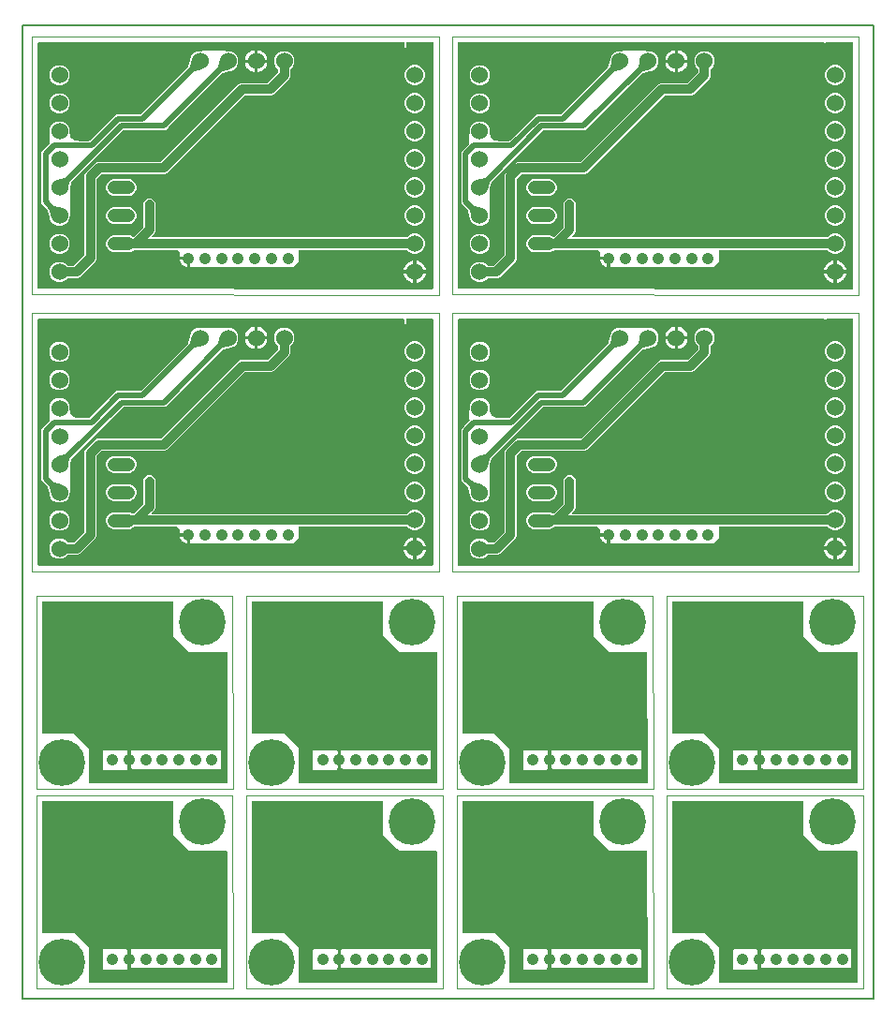
<source format=gbl>
G04 EAGLE Gerber X2 export*
%TF.Part,Single*%
%TF.FileFunction,Other,Bottom layer*%
%TF.FilePolarity,Positive*%
%TF.GenerationSoftware,Autodesk,EAGLE,9.1.1*%
%TF.CreationDate,2018-08-10T14:22:37Z*%
G75*
%MOMM*%
%FSLAX34Y34*%
%LPD*%
%AMOC8*
5,1,8,0,0,1.08239X$1,22.5*%
G01*
%ADD10C,0.152400*%
%ADD11C,0.000000*%
%ADD12C,1.050000*%
%ADD13C,1.524000*%
%ADD14C,1.219200*%
%ADD15C,0.812800*%
%ADD16C,0.654800*%
%ADD17C,0.508000*%
%ADD18C,0.704800*%
%ADD19C,4.216000*%

G36*
X370877Y741314D02*
X370877Y741314D01*
X370897Y741312D01*
X370998Y741334D01*
X371100Y741350D01*
X371118Y741360D01*
X371138Y741364D01*
X371226Y741417D01*
X371318Y741465D01*
X371332Y741480D01*
X371349Y741490D01*
X371416Y741569D01*
X371487Y741643D01*
X371496Y741662D01*
X371509Y741677D01*
X371548Y741773D01*
X371591Y741866D01*
X371593Y741887D01*
X371601Y741905D01*
X371619Y742072D01*
X371619Y963808D01*
X371616Y963828D01*
X371618Y963848D01*
X371596Y963949D01*
X371580Y964051D01*
X371570Y964069D01*
X371566Y964088D01*
X371513Y964177D01*
X371464Y964268D01*
X371450Y964282D01*
X371439Y964299D01*
X371361Y964366D01*
X371286Y964438D01*
X371268Y964446D01*
X371252Y964459D01*
X371157Y964498D01*
X371063Y964541D01*
X371043Y964543D01*
X371024Y964551D01*
X370857Y964569D01*
X347743Y964553D01*
X347724Y964550D01*
X347705Y964552D01*
X347603Y964530D01*
X347501Y964513D01*
X347483Y964504D01*
X347464Y964500D01*
X347375Y964447D01*
X347283Y964398D01*
X347270Y964384D01*
X347253Y964374D01*
X347186Y964295D01*
X347114Y964220D01*
X347106Y964202D01*
X347093Y964187D01*
X347054Y964091D01*
X347011Y963997D01*
X347009Y963977D01*
X347001Y963959D01*
X346983Y963792D01*
X346983Y959684D01*
X346536Y959237D01*
X345904Y959237D01*
X345457Y959684D01*
X345457Y963790D01*
X345454Y963810D01*
X345456Y963830D01*
X345434Y963931D01*
X345418Y964033D01*
X345408Y964051D01*
X345404Y964070D01*
X345351Y964159D01*
X345302Y964250D01*
X345288Y964264D01*
X345277Y964281D01*
X345199Y964348D01*
X345124Y964419D01*
X345106Y964428D01*
X345090Y964441D01*
X344995Y964479D01*
X344901Y964523D01*
X344881Y964525D01*
X344862Y964533D01*
X344695Y964551D01*
X14749Y964323D01*
X14730Y964320D01*
X14711Y964322D01*
X14609Y964300D01*
X14507Y964283D01*
X14489Y964274D01*
X14470Y964270D01*
X14381Y964217D01*
X14289Y964168D01*
X14276Y964154D01*
X14259Y964144D01*
X14192Y964065D01*
X14120Y963990D01*
X14112Y963972D01*
X14099Y963957D01*
X14060Y963861D01*
X14017Y963767D01*
X14015Y963747D01*
X14007Y963729D01*
X13989Y963562D01*
X13989Y742318D01*
X13992Y742299D01*
X13990Y742279D01*
X14012Y742177D01*
X14028Y742075D01*
X14038Y742058D01*
X14042Y742039D01*
X14095Y741949D01*
X14144Y741858D01*
X14158Y741844D01*
X14168Y741827D01*
X14247Y741760D01*
X14322Y741688D01*
X14340Y741680D01*
X14355Y741667D01*
X14451Y741628D01*
X14545Y741585D01*
X14564Y741583D01*
X14583Y741575D01*
X14749Y741557D01*
X370857Y741311D01*
X370877Y741314D01*
G37*
G36*
X750877Y491314D02*
X750877Y491314D01*
X750897Y491312D01*
X750998Y491334D01*
X751100Y491350D01*
X751118Y491360D01*
X751138Y491364D01*
X751226Y491417D01*
X751318Y491465D01*
X751332Y491480D01*
X751349Y491490D01*
X751416Y491569D01*
X751487Y491643D01*
X751496Y491662D01*
X751509Y491677D01*
X751548Y491773D01*
X751591Y491866D01*
X751593Y491887D01*
X751601Y491905D01*
X751619Y492072D01*
X751619Y713808D01*
X751616Y713828D01*
X751618Y713848D01*
X751596Y713949D01*
X751580Y714051D01*
X751570Y714069D01*
X751566Y714088D01*
X751513Y714177D01*
X751464Y714268D01*
X751450Y714282D01*
X751439Y714299D01*
X751361Y714366D01*
X751286Y714438D01*
X751268Y714446D01*
X751252Y714459D01*
X751157Y714498D01*
X751063Y714541D01*
X751043Y714543D01*
X751024Y714551D01*
X750857Y714569D01*
X727743Y714553D01*
X727724Y714550D01*
X727705Y714552D01*
X727603Y714530D01*
X727501Y714513D01*
X727483Y714504D01*
X727464Y714500D01*
X727375Y714447D01*
X727283Y714398D01*
X727270Y714384D01*
X727253Y714374D01*
X727186Y714295D01*
X727114Y714220D01*
X727106Y714202D01*
X727093Y714187D01*
X727054Y714091D01*
X727011Y713997D01*
X727009Y713977D01*
X727001Y713959D01*
X726983Y713792D01*
X726983Y709684D01*
X726536Y709237D01*
X725904Y709237D01*
X725457Y709684D01*
X725457Y713790D01*
X725454Y713810D01*
X725456Y713830D01*
X725434Y713931D01*
X725418Y714033D01*
X725408Y714051D01*
X725404Y714070D01*
X725351Y714159D01*
X725302Y714250D01*
X725288Y714264D01*
X725277Y714281D01*
X725199Y714348D01*
X725124Y714419D01*
X725106Y714428D01*
X725090Y714441D01*
X724995Y714479D01*
X724901Y714523D01*
X724881Y714525D01*
X724862Y714533D01*
X724695Y714551D01*
X394749Y714323D01*
X394730Y714320D01*
X394711Y714322D01*
X394609Y714300D01*
X394507Y714283D01*
X394489Y714274D01*
X394470Y714270D01*
X394381Y714217D01*
X394289Y714168D01*
X394276Y714154D01*
X394259Y714144D01*
X394192Y714065D01*
X394120Y713990D01*
X394112Y713972D01*
X394099Y713957D01*
X394060Y713861D01*
X394017Y713767D01*
X394015Y713747D01*
X394007Y713729D01*
X393989Y713562D01*
X393989Y492318D01*
X393992Y492299D01*
X393990Y492279D01*
X394012Y492177D01*
X394028Y492075D01*
X394038Y492058D01*
X394042Y492039D01*
X394095Y491949D01*
X394144Y491858D01*
X394158Y491844D01*
X394168Y491827D01*
X394247Y491760D01*
X394322Y491688D01*
X394340Y491680D01*
X394355Y491667D01*
X394451Y491628D01*
X394545Y491585D01*
X394564Y491583D01*
X394583Y491575D01*
X394749Y491557D01*
X750857Y491311D01*
X750877Y491314D01*
G37*
G36*
X750877Y741314D02*
X750877Y741314D01*
X750897Y741312D01*
X750998Y741334D01*
X751100Y741350D01*
X751118Y741360D01*
X751138Y741364D01*
X751226Y741417D01*
X751318Y741465D01*
X751332Y741480D01*
X751349Y741490D01*
X751416Y741569D01*
X751487Y741643D01*
X751496Y741662D01*
X751509Y741677D01*
X751548Y741773D01*
X751591Y741866D01*
X751593Y741887D01*
X751601Y741905D01*
X751619Y742072D01*
X751619Y963808D01*
X751616Y963828D01*
X751618Y963848D01*
X751596Y963949D01*
X751580Y964051D01*
X751570Y964069D01*
X751566Y964088D01*
X751513Y964177D01*
X751464Y964268D01*
X751450Y964282D01*
X751439Y964299D01*
X751361Y964366D01*
X751286Y964438D01*
X751268Y964446D01*
X751252Y964459D01*
X751157Y964498D01*
X751063Y964541D01*
X751043Y964543D01*
X751024Y964551D01*
X750857Y964569D01*
X727743Y964553D01*
X727724Y964550D01*
X727705Y964552D01*
X727603Y964530D01*
X727501Y964513D01*
X727483Y964504D01*
X727464Y964500D01*
X727375Y964447D01*
X727283Y964398D01*
X727270Y964384D01*
X727253Y964374D01*
X727186Y964295D01*
X727114Y964220D01*
X727106Y964202D01*
X727093Y964187D01*
X727054Y964091D01*
X727011Y963997D01*
X727009Y963977D01*
X727001Y963959D01*
X726983Y963792D01*
X726983Y959684D01*
X726536Y959237D01*
X725904Y959237D01*
X725457Y959684D01*
X725457Y963790D01*
X725454Y963810D01*
X725456Y963830D01*
X725434Y963931D01*
X725418Y964033D01*
X725408Y964051D01*
X725404Y964070D01*
X725351Y964159D01*
X725302Y964250D01*
X725288Y964264D01*
X725277Y964281D01*
X725199Y964348D01*
X725124Y964419D01*
X725106Y964428D01*
X725090Y964441D01*
X724995Y964479D01*
X724901Y964523D01*
X724881Y964525D01*
X724862Y964533D01*
X724695Y964551D01*
X394749Y964323D01*
X394730Y964320D01*
X394711Y964322D01*
X394609Y964300D01*
X394507Y964283D01*
X394489Y964274D01*
X394470Y964270D01*
X394381Y964217D01*
X394289Y964168D01*
X394276Y964154D01*
X394259Y964144D01*
X394192Y964065D01*
X394120Y963990D01*
X394112Y963972D01*
X394099Y963957D01*
X394060Y963861D01*
X394017Y963767D01*
X394015Y963747D01*
X394007Y963729D01*
X393989Y963562D01*
X393989Y742318D01*
X393992Y742299D01*
X393990Y742279D01*
X394012Y742177D01*
X394028Y742075D01*
X394038Y742058D01*
X394042Y742039D01*
X394095Y741949D01*
X394144Y741858D01*
X394158Y741844D01*
X394168Y741827D01*
X394247Y741760D01*
X394322Y741688D01*
X394340Y741680D01*
X394355Y741667D01*
X394451Y741628D01*
X394545Y741585D01*
X394564Y741583D01*
X394583Y741575D01*
X394749Y741557D01*
X750857Y741311D01*
X750877Y741314D01*
G37*
G36*
X370877Y491314D02*
X370877Y491314D01*
X370897Y491312D01*
X370998Y491334D01*
X371100Y491350D01*
X371118Y491360D01*
X371138Y491364D01*
X371226Y491417D01*
X371318Y491465D01*
X371332Y491480D01*
X371349Y491490D01*
X371416Y491569D01*
X371487Y491643D01*
X371496Y491662D01*
X371509Y491677D01*
X371548Y491773D01*
X371591Y491866D01*
X371593Y491887D01*
X371601Y491905D01*
X371619Y492072D01*
X371619Y713808D01*
X371616Y713828D01*
X371618Y713848D01*
X371596Y713949D01*
X371580Y714051D01*
X371570Y714069D01*
X371566Y714088D01*
X371513Y714177D01*
X371464Y714268D01*
X371450Y714282D01*
X371439Y714299D01*
X371361Y714366D01*
X371286Y714438D01*
X371268Y714446D01*
X371252Y714459D01*
X371157Y714498D01*
X371063Y714541D01*
X371043Y714543D01*
X371024Y714551D01*
X370857Y714569D01*
X347743Y714553D01*
X347724Y714550D01*
X347705Y714552D01*
X347603Y714530D01*
X347501Y714513D01*
X347483Y714504D01*
X347464Y714500D01*
X347375Y714447D01*
X347283Y714398D01*
X347270Y714384D01*
X347253Y714374D01*
X347186Y714295D01*
X347114Y714220D01*
X347106Y714202D01*
X347093Y714187D01*
X347054Y714091D01*
X347011Y713997D01*
X347009Y713977D01*
X347001Y713959D01*
X346983Y713792D01*
X346983Y709684D01*
X346536Y709237D01*
X345904Y709237D01*
X345457Y709684D01*
X345457Y713790D01*
X345454Y713810D01*
X345456Y713830D01*
X345434Y713931D01*
X345418Y714033D01*
X345408Y714051D01*
X345404Y714070D01*
X345351Y714159D01*
X345302Y714250D01*
X345288Y714264D01*
X345277Y714281D01*
X345199Y714348D01*
X345124Y714419D01*
X345106Y714428D01*
X345090Y714441D01*
X344995Y714479D01*
X344901Y714523D01*
X344881Y714525D01*
X344862Y714533D01*
X344695Y714551D01*
X14749Y714323D01*
X14730Y714320D01*
X14711Y714322D01*
X14609Y714300D01*
X14507Y714283D01*
X14489Y714274D01*
X14470Y714270D01*
X14381Y714217D01*
X14289Y714168D01*
X14276Y714154D01*
X14259Y714144D01*
X14192Y714065D01*
X14120Y713990D01*
X14112Y713972D01*
X14099Y713957D01*
X14060Y713861D01*
X14017Y713767D01*
X14015Y713747D01*
X14007Y713729D01*
X13989Y713562D01*
X13989Y492318D01*
X13992Y492299D01*
X13990Y492279D01*
X14012Y492177D01*
X14028Y492075D01*
X14038Y492058D01*
X14042Y492039D01*
X14095Y491949D01*
X14144Y491858D01*
X14158Y491844D01*
X14168Y491827D01*
X14247Y491760D01*
X14322Y491688D01*
X14340Y491680D01*
X14355Y491667D01*
X14451Y491628D01*
X14545Y491585D01*
X14564Y491583D01*
X14583Y491575D01*
X14749Y491557D01*
X370857Y491311D01*
X370877Y491314D01*
G37*
G36*
X564865Y114584D02*
X564865Y114584D01*
X564886Y114582D01*
X564986Y114604D01*
X565087Y114620D01*
X565106Y114630D01*
X565126Y114635D01*
X565214Y114688D01*
X565305Y114736D01*
X565319Y114751D01*
X565337Y114761D01*
X565404Y114840D01*
X565474Y114914D01*
X565483Y114933D01*
X565496Y114949D01*
X565535Y115044D01*
X565578Y115137D01*
X565580Y115158D01*
X565588Y115177D01*
X565606Y115344D01*
X565337Y232692D01*
X565334Y232711D01*
X565336Y232729D01*
X565314Y232831D01*
X565297Y232934D01*
X565288Y232951D01*
X565284Y232970D01*
X565230Y233059D01*
X565181Y233152D01*
X565167Y233165D01*
X565157Y233181D01*
X565078Y233249D01*
X565002Y233320D01*
X564985Y233328D01*
X564971Y233341D01*
X564873Y233380D01*
X564779Y233424D01*
X564760Y233426D01*
X564742Y233433D01*
X564576Y233451D01*
X531137Y233451D01*
X516651Y247937D01*
X516651Y278158D01*
X516648Y278178D01*
X516650Y278197D01*
X516628Y278299D01*
X516612Y278401D01*
X516602Y278418D01*
X516598Y278438D01*
X516545Y278527D01*
X516496Y278618D01*
X516482Y278632D01*
X516472Y278649D01*
X516393Y278716D01*
X516318Y278788D01*
X516300Y278796D01*
X516285Y278809D01*
X516189Y278848D01*
X516095Y278891D01*
X516075Y278893D01*
X516057Y278901D01*
X515890Y278919D01*
X398542Y278919D01*
X398522Y278916D01*
X398503Y278918D01*
X398401Y278896D01*
X398299Y278880D01*
X398282Y278870D01*
X398262Y278866D01*
X398173Y278813D01*
X398082Y278764D01*
X398068Y278750D01*
X398051Y278740D01*
X397984Y278661D01*
X397912Y278586D01*
X397904Y278568D01*
X397891Y278553D01*
X397852Y278457D01*
X397809Y278363D01*
X397807Y278343D01*
X397799Y278325D01*
X397781Y278158D01*
X397781Y160300D01*
X397784Y160280D01*
X397782Y160261D01*
X397804Y160159D01*
X397820Y160057D01*
X397830Y160040D01*
X397834Y160020D01*
X397887Y159931D01*
X397936Y159840D01*
X397950Y159826D01*
X397960Y159809D01*
X398039Y159742D01*
X398114Y159670D01*
X398132Y159662D01*
X398147Y159649D01*
X398243Y159610D01*
X398337Y159567D01*
X398357Y159565D01*
X398375Y159557D01*
X398542Y159539D01*
X426983Y159539D01*
X440199Y146323D01*
X440199Y115342D01*
X440202Y115322D01*
X440200Y115303D01*
X440222Y115201D01*
X440238Y115099D01*
X440248Y115082D01*
X440252Y115062D01*
X440305Y114973D01*
X440354Y114882D01*
X440368Y114868D01*
X440378Y114851D01*
X440457Y114784D01*
X440532Y114712D01*
X440550Y114704D01*
X440565Y114691D01*
X440661Y114652D01*
X440755Y114609D01*
X440775Y114607D01*
X440793Y114599D01*
X440960Y114581D01*
X564845Y114581D01*
X564865Y114584D01*
G37*
G36*
X184865Y114584D02*
X184865Y114584D01*
X184886Y114582D01*
X184986Y114604D01*
X185087Y114620D01*
X185106Y114630D01*
X185126Y114635D01*
X185214Y114688D01*
X185305Y114736D01*
X185319Y114751D01*
X185337Y114761D01*
X185404Y114840D01*
X185474Y114914D01*
X185483Y114933D01*
X185496Y114949D01*
X185535Y115044D01*
X185578Y115137D01*
X185580Y115158D01*
X185588Y115177D01*
X185606Y115344D01*
X185337Y232692D01*
X185334Y232711D01*
X185336Y232729D01*
X185314Y232831D01*
X185297Y232934D01*
X185288Y232951D01*
X185284Y232970D01*
X185230Y233059D01*
X185181Y233152D01*
X185167Y233165D01*
X185157Y233181D01*
X185078Y233249D01*
X185002Y233320D01*
X184985Y233328D01*
X184971Y233341D01*
X184873Y233380D01*
X184779Y233424D01*
X184760Y233426D01*
X184742Y233433D01*
X184576Y233451D01*
X151137Y233451D01*
X136651Y247937D01*
X136651Y278158D01*
X136648Y278178D01*
X136650Y278197D01*
X136628Y278299D01*
X136612Y278401D01*
X136602Y278418D01*
X136598Y278438D01*
X136545Y278527D01*
X136496Y278618D01*
X136482Y278632D01*
X136472Y278649D01*
X136393Y278716D01*
X136318Y278788D01*
X136300Y278796D01*
X136285Y278809D01*
X136189Y278848D01*
X136095Y278891D01*
X136075Y278893D01*
X136057Y278901D01*
X135890Y278919D01*
X18542Y278919D01*
X18522Y278916D01*
X18503Y278918D01*
X18401Y278896D01*
X18299Y278880D01*
X18282Y278870D01*
X18262Y278866D01*
X18173Y278813D01*
X18082Y278764D01*
X18068Y278750D01*
X18051Y278740D01*
X17984Y278661D01*
X17912Y278586D01*
X17904Y278568D01*
X17891Y278553D01*
X17852Y278457D01*
X17809Y278363D01*
X17807Y278343D01*
X17799Y278325D01*
X17781Y278158D01*
X17781Y160300D01*
X17784Y160280D01*
X17782Y160261D01*
X17804Y160159D01*
X17820Y160057D01*
X17830Y160040D01*
X17834Y160020D01*
X17887Y159931D01*
X17936Y159840D01*
X17950Y159826D01*
X17960Y159809D01*
X18039Y159742D01*
X18114Y159670D01*
X18132Y159662D01*
X18147Y159649D01*
X18243Y159610D01*
X18337Y159567D01*
X18357Y159565D01*
X18375Y159557D01*
X18542Y159539D01*
X46983Y159539D01*
X60199Y146323D01*
X60199Y115342D01*
X60202Y115322D01*
X60200Y115303D01*
X60222Y115201D01*
X60238Y115099D01*
X60248Y115082D01*
X60252Y115062D01*
X60305Y114973D01*
X60354Y114882D01*
X60368Y114868D01*
X60378Y114851D01*
X60457Y114784D01*
X60532Y114712D01*
X60550Y114704D01*
X60565Y114691D01*
X60661Y114652D01*
X60755Y114609D01*
X60775Y114607D01*
X60793Y114599D01*
X60960Y114581D01*
X184845Y114581D01*
X184865Y114584D01*
G37*
G36*
X754865Y114584D02*
X754865Y114584D01*
X754886Y114582D01*
X754986Y114604D01*
X755087Y114620D01*
X755106Y114630D01*
X755126Y114635D01*
X755214Y114688D01*
X755305Y114736D01*
X755319Y114751D01*
X755337Y114761D01*
X755404Y114840D01*
X755474Y114914D01*
X755483Y114933D01*
X755496Y114949D01*
X755535Y115044D01*
X755578Y115137D01*
X755580Y115158D01*
X755588Y115177D01*
X755606Y115344D01*
X755337Y232692D01*
X755334Y232711D01*
X755336Y232729D01*
X755314Y232831D01*
X755297Y232934D01*
X755288Y232951D01*
X755284Y232970D01*
X755230Y233059D01*
X755181Y233152D01*
X755167Y233165D01*
X755157Y233181D01*
X755078Y233249D01*
X755002Y233320D01*
X754985Y233328D01*
X754971Y233341D01*
X754873Y233380D01*
X754779Y233424D01*
X754760Y233426D01*
X754742Y233433D01*
X754576Y233451D01*
X721137Y233451D01*
X706651Y247937D01*
X706651Y278158D01*
X706648Y278178D01*
X706650Y278197D01*
X706628Y278299D01*
X706612Y278401D01*
X706602Y278418D01*
X706598Y278438D01*
X706545Y278527D01*
X706496Y278618D01*
X706482Y278632D01*
X706472Y278649D01*
X706393Y278716D01*
X706318Y278788D01*
X706300Y278796D01*
X706285Y278809D01*
X706189Y278848D01*
X706095Y278891D01*
X706075Y278893D01*
X706057Y278901D01*
X705890Y278919D01*
X588542Y278919D01*
X588522Y278916D01*
X588503Y278918D01*
X588401Y278896D01*
X588299Y278880D01*
X588282Y278870D01*
X588262Y278866D01*
X588173Y278813D01*
X588082Y278764D01*
X588068Y278750D01*
X588051Y278740D01*
X587984Y278661D01*
X587912Y278586D01*
X587904Y278568D01*
X587891Y278553D01*
X587852Y278457D01*
X587809Y278363D01*
X587807Y278343D01*
X587799Y278325D01*
X587781Y278158D01*
X587781Y160300D01*
X587784Y160280D01*
X587782Y160261D01*
X587804Y160159D01*
X587820Y160057D01*
X587830Y160040D01*
X587834Y160020D01*
X587887Y159931D01*
X587936Y159840D01*
X587950Y159826D01*
X587960Y159809D01*
X588039Y159742D01*
X588114Y159670D01*
X588132Y159662D01*
X588147Y159649D01*
X588243Y159610D01*
X588337Y159567D01*
X588357Y159565D01*
X588375Y159557D01*
X588542Y159539D01*
X616983Y159539D01*
X630199Y146323D01*
X630199Y115342D01*
X630202Y115322D01*
X630200Y115303D01*
X630222Y115201D01*
X630238Y115099D01*
X630248Y115082D01*
X630252Y115062D01*
X630305Y114973D01*
X630354Y114882D01*
X630368Y114868D01*
X630378Y114851D01*
X630457Y114784D01*
X630532Y114712D01*
X630550Y114704D01*
X630565Y114691D01*
X630661Y114652D01*
X630755Y114609D01*
X630775Y114607D01*
X630793Y114599D01*
X630960Y114581D01*
X754845Y114581D01*
X754865Y114584D01*
G37*
G36*
X754865Y294584D02*
X754865Y294584D01*
X754886Y294582D01*
X754986Y294604D01*
X755087Y294620D01*
X755106Y294630D01*
X755126Y294635D01*
X755214Y294688D01*
X755305Y294736D01*
X755319Y294751D01*
X755337Y294761D01*
X755404Y294840D01*
X755474Y294914D01*
X755483Y294933D01*
X755496Y294949D01*
X755535Y295044D01*
X755578Y295137D01*
X755580Y295158D01*
X755588Y295177D01*
X755606Y295344D01*
X755337Y412692D01*
X755334Y412711D01*
X755336Y412729D01*
X755314Y412831D01*
X755297Y412934D01*
X755288Y412951D01*
X755284Y412970D01*
X755230Y413059D01*
X755181Y413152D01*
X755167Y413165D01*
X755157Y413181D01*
X755078Y413249D01*
X755002Y413320D01*
X754985Y413328D01*
X754971Y413341D01*
X754873Y413380D01*
X754779Y413424D01*
X754760Y413426D01*
X754742Y413433D01*
X754576Y413451D01*
X721137Y413451D01*
X706651Y427937D01*
X706651Y458158D01*
X706648Y458178D01*
X706650Y458197D01*
X706628Y458299D01*
X706612Y458401D01*
X706602Y458418D01*
X706598Y458438D01*
X706545Y458527D01*
X706496Y458618D01*
X706482Y458632D01*
X706472Y458649D01*
X706393Y458716D01*
X706318Y458788D01*
X706300Y458796D01*
X706285Y458809D01*
X706189Y458848D01*
X706095Y458891D01*
X706075Y458893D01*
X706057Y458901D01*
X705890Y458919D01*
X588542Y458919D01*
X588522Y458916D01*
X588503Y458918D01*
X588401Y458896D01*
X588299Y458880D01*
X588282Y458870D01*
X588262Y458866D01*
X588173Y458813D01*
X588082Y458764D01*
X588068Y458750D01*
X588051Y458740D01*
X587984Y458661D01*
X587912Y458586D01*
X587904Y458568D01*
X587891Y458553D01*
X587852Y458457D01*
X587809Y458363D01*
X587807Y458343D01*
X587799Y458325D01*
X587781Y458158D01*
X587781Y340300D01*
X587784Y340280D01*
X587782Y340261D01*
X587804Y340159D01*
X587820Y340057D01*
X587830Y340040D01*
X587834Y340020D01*
X587887Y339931D01*
X587936Y339840D01*
X587950Y339826D01*
X587960Y339809D01*
X588039Y339742D01*
X588114Y339670D01*
X588132Y339662D01*
X588147Y339649D01*
X588243Y339610D01*
X588337Y339567D01*
X588357Y339565D01*
X588375Y339557D01*
X588542Y339539D01*
X616983Y339539D01*
X630199Y326323D01*
X630199Y295342D01*
X630202Y295322D01*
X630200Y295303D01*
X630222Y295201D01*
X630238Y295099D01*
X630248Y295082D01*
X630252Y295062D01*
X630305Y294973D01*
X630354Y294882D01*
X630368Y294868D01*
X630378Y294851D01*
X630457Y294784D01*
X630532Y294712D01*
X630550Y294704D01*
X630565Y294691D01*
X630661Y294652D01*
X630755Y294609D01*
X630775Y294607D01*
X630793Y294599D01*
X630960Y294581D01*
X754845Y294581D01*
X754865Y294584D01*
G37*
G36*
X184865Y294584D02*
X184865Y294584D01*
X184886Y294582D01*
X184986Y294604D01*
X185087Y294620D01*
X185106Y294630D01*
X185126Y294635D01*
X185214Y294688D01*
X185305Y294736D01*
X185319Y294751D01*
X185337Y294761D01*
X185404Y294840D01*
X185474Y294914D01*
X185483Y294933D01*
X185496Y294949D01*
X185535Y295044D01*
X185578Y295137D01*
X185580Y295158D01*
X185588Y295177D01*
X185606Y295344D01*
X185337Y412692D01*
X185334Y412711D01*
X185336Y412729D01*
X185314Y412831D01*
X185297Y412934D01*
X185288Y412951D01*
X185284Y412970D01*
X185230Y413059D01*
X185181Y413152D01*
X185167Y413165D01*
X185157Y413181D01*
X185078Y413249D01*
X185002Y413320D01*
X184985Y413328D01*
X184971Y413341D01*
X184873Y413380D01*
X184779Y413424D01*
X184760Y413426D01*
X184742Y413433D01*
X184576Y413451D01*
X151137Y413451D01*
X136651Y427937D01*
X136651Y458158D01*
X136648Y458178D01*
X136650Y458197D01*
X136628Y458299D01*
X136612Y458401D01*
X136602Y458418D01*
X136598Y458438D01*
X136545Y458527D01*
X136496Y458618D01*
X136482Y458632D01*
X136472Y458649D01*
X136393Y458716D01*
X136318Y458788D01*
X136300Y458796D01*
X136285Y458809D01*
X136189Y458848D01*
X136095Y458891D01*
X136075Y458893D01*
X136057Y458901D01*
X135890Y458919D01*
X18542Y458919D01*
X18522Y458916D01*
X18503Y458918D01*
X18401Y458896D01*
X18299Y458880D01*
X18282Y458870D01*
X18262Y458866D01*
X18173Y458813D01*
X18082Y458764D01*
X18068Y458750D01*
X18051Y458740D01*
X17984Y458661D01*
X17912Y458586D01*
X17904Y458568D01*
X17891Y458553D01*
X17852Y458457D01*
X17809Y458363D01*
X17807Y458343D01*
X17799Y458325D01*
X17781Y458158D01*
X17781Y340300D01*
X17784Y340280D01*
X17782Y340261D01*
X17804Y340159D01*
X17820Y340057D01*
X17830Y340040D01*
X17834Y340020D01*
X17887Y339931D01*
X17936Y339840D01*
X17950Y339826D01*
X17960Y339809D01*
X18039Y339742D01*
X18114Y339670D01*
X18132Y339662D01*
X18147Y339649D01*
X18243Y339610D01*
X18337Y339567D01*
X18357Y339565D01*
X18375Y339557D01*
X18542Y339539D01*
X46983Y339539D01*
X60199Y326323D01*
X60199Y295342D01*
X60202Y295322D01*
X60200Y295303D01*
X60222Y295201D01*
X60238Y295099D01*
X60248Y295082D01*
X60252Y295062D01*
X60305Y294973D01*
X60354Y294882D01*
X60368Y294868D01*
X60378Y294851D01*
X60457Y294784D01*
X60532Y294712D01*
X60550Y294704D01*
X60565Y294691D01*
X60661Y294652D01*
X60755Y294609D01*
X60775Y294607D01*
X60793Y294599D01*
X60960Y294581D01*
X184845Y294581D01*
X184865Y294584D01*
G37*
G36*
X374865Y294584D02*
X374865Y294584D01*
X374886Y294582D01*
X374986Y294604D01*
X375087Y294620D01*
X375106Y294630D01*
X375126Y294635D01*
X375214Y294688D01*
X375305Y294736D01*
X375319Y294751D01*
X375337Y294761D01*
X375404Y294840D01*
X375474Y294914D01*
X375483Y294933D01*
X375496Y294949D01*
X375535Y295044D01*
X375578Y295137D01*
X375580Y295158D01*
X375588Y295177D01*
X375606Y295344D01*
X375337Y412692D01*
X375334Y412711D01*
X375336Y412729D01*
X375314Y412831D01*
X375297Y412934D01*
X375288Y412951D01*
X375284Y412970D01*
X375230Y413059D01*
X375181Y413152D01*
X375167Y413165D01*
X375157Y413181D01*
X375078Y413249D01*
X375002Y413320D01*
X374985Y413328D01*
X374971Y413341D01*
X374873Y413380D01*
X374779Y413424D01*
X374760Y413426D01*
X374742Y413433D01*
X374576Y413451D01*
X341137Y413451D01*
X326651Y427937D01*
X326651Y458158D01*
X326648Y458178D01*
X326650Y458197D01*
X326628Y458299D01*
X326612Y458401D01*
X326602Y458418D01*
X326598Y458438D01*
X326545Y458527D01*
X326496Y458618D01*
X326482Y458632D01*
X326472Y458649D01*
X326393Y458716D01*
X326318Y458788D01*
X326300Y458796D01*
X326285Y458809D01*
X326189Y458848D01*
X326095Y458891D01*
X326075Y458893D01*
X326057Y458901D01*
X325890Y458919D01*
X208542Y458919D01*
X208522Y458916D01*
X208503Y458918D01*
X208401Y458896D01*
X208299Y458880D01*
X208282Y458870D01*
X208262Y458866D01*
X208173Y458813D01*
X208082Y458764D01*
X208068Y458750D01*
X208051Y458740D01*
X207984Y458661D01*
X207912Y458586D01*
X207904Y458568D01*
X207891Y458553D01*
X207852Y458457D01*
X207809Y458363D01*
X207807Y458343D01*
X207799Y458325D01*
X207781Y458158D01*
X207781Y340300D01*
X207784Y340280D01*
X207782Y340261D01*
X207804Y340159D01*
X207820Y340057D01*
X207830Y340040D01*
X207834Y340020D01*
X207887Y339931D01*
X207936Y339840D01*
X207950Y339826D01*
X207960Y339809D01*
X208039Y339742D01*
X208114Y339670D01*
X208132Y339662D01*
X208147Y339649D01*
X208243Y339610D01*
X208337Y339567D01*
X208357Y339565D01*
X208375Y339557D01*
X208542Y339539D01*
X236983Y339539D01*
X250199Y326323D01*
X250199Y295342D01*
X250202Y295322D01*
X250200Y295303D01*
X250222Y295201D01*
X250238Y295099D01*
X250248Y295082D01*
X250252Y295062D01*
X250305Y294973D01*
X250354Y294882D01*
X250368Y294868D01*
X250378Y294851D01*
X250457Y294784D01*
X250532Y294712D01*
X250550Y294704D01*
X250565Y294691D01*
X250661Y294652D01*
X250755Y294609D01*
X250775Y294607D01*
X250793Y294599D01*
X250960Y294581D01*
X374845Y294581D01*
X374865Y294584D01*
G37*
G36*
X374865Y114584D02*
X374865Y114584D01*
X374886Y114582D01*
X374986Y114604D01*
X375087Y114620D01*
X375106Y114630D01*
X375126Y114635D01*
X375214Y114688D01*
X375305Y114736D01*
X375319Y114751D01*
X375337Y114761D01*
X375404Y114840D01*
X375474Y114914D01*
X375483Y114933D01*
X375496Y114949D01*
X375535Y115044D01*
X375578Y115137D01*
X375580Y115158D01*
X375588Y115177D01*
X375606Y115344D01*
X375337Y232692D01*
X375334Y232711D01*
X375336Y232729D01*
X375314Y232831D01*
X375297Y232934D01*
X375288Y232951D01*
X375284Y232970D01*
X375230Y233059D01*
X375181Y233152D01*
X375167Y233165D01*
X375157Y233181D01*
X375078Y233249D01*
X375002Y233320D01*
X374985Y233328D01*
X374970Y233341D01*
X374873Y233380D01*
X374779Y233424D01*
X374760Y233426D01*
X374742Y233433D01*
X374576Y233451D01*
X341137Y233451D01*
X339128Y235460D01*
X326651Y247937D01*
X326651Y278158D01*
X326648Y278178D01*
X326650Y278197D01*
X326628Y278299D01*
X326612Y278401D01*
X326602Y278418D01*
X326598Y278438D01*
X326545Y278527D01*
X326496Y278618D01*
X326482Y278632D01*
X326472Y278649D01*
X326393Y278716D01*
X326318Y278788D01*
X326300Y278796D01*
X326285Y278809D01*
X326189Y278848D01*
X326095Y278891D01*
X326075Y278893D01*
X326057Y278901D01*
X325890Y278919D01*
X208542Y278919D01*
X208522Y278916D01*
X208503Y278918D01*
X208401Y278896D01*
X208299Y278880D01*
X208282Y278870D01*
X208262Y278866D01*
X208173Y278813D01*
X208082Y278764D01*
X208068Y278750D01*
X208051Y278740D01*
X207984Y278661D01*
X207912Y278586D01*
X207904Y278568D01*
X207891Y278553D01*
X207852Y278457D01*
X207809Y278363D01*
X207807Y278343D01*
X207799Y278325D01*
X207781Y278158D01*
X207781Y160300D01*
X207784Y160280D01*
X207782Y160261D01*
X207804Y160159D01*
X207820Y160057D01*
X207830Y160040D01*
X207834Y160020D01*
X207887Y159931D01*
X207936Y159840D01*
X207950Y159826D01*
X207960Y159809D01*
X208039Y159742D01*
X208114Y159670D01*
X208132Y159662D01*
X208147Y159649D01*
X208243Y159610D01*
X208337Y159567D01*
X208357Y159565D01*
X208375Y159557D01*
X208542Y159539D01*
X236983Y159539D01*
X250199Y146323D01*
X250199Y115342D01*
X250202Y115322D01*
X250200Y115303D01*
X250222Y115201D01*
X250238Y115099D01*
X250248Y115082D01*
X250252Y115062D01*
X250305Y114973D01*
X250354Y114882D01*
X250368Y114868D01*
X250378Y114851D01*
X250457Y114784D01*
X250532Y114712D01*
X250550Y114704D01*
X250565Y114691D01*
X250661Y114652D01*
X250755Y114609D01*
X250775Y114607D01*
X250793Y114599D01*
X250960Y114581D01*
X374845Y114581D01*
X374865Y114584D01*
G37*
G36*
X564865Y294584D02*
X564865Y294584D01*
X564886Y294582D01*
X564986Y294604D01*
X565087Y294620D01*
X565106Y294630D01*
X565126Y294635D01*
X565214Y294688D01*
X565305Y294736D01*
X565319Y294751D01*
X565337Y294761D01*
X565404Y294840D01*
X565474Y294914D01*
X565483Y294933D01*
X565496Y294949D01*
X565535Y295044D01*
X565578Y295137D01*
X565580Y295158D01*
X565588Y295177D01*
X565606Y295344D01*
X565337Y412692D01*
X565334Y412711D01*
X565336Y412729D01*
X565314Y412831D01*
X565297Y412934D01*
X565288Y412951D01*
X565284Y412970D01*
X565230Y413059D01*
X565181Y413152D01*
X565167Y413165D01*
X565157Y413181D01*
X565078Y413249D01*
X565002Y413320D01*
X564985Y413328D01*
X564970Y413341D01*
X564873Y413380D01*
X564779Y413424D01*
X564760Y413426D01*
X564742Y413433D01*
X564576Y413451D01*
X531137Y413451D01*
X516651Y427937D01*
X516651Y458158D01*
X516648Y458178D01*
X516650Y458197D01*
X516628Y458299D01*
X516612Y458401D01*
X516602Y458418D01*
X516598Y458438D01*
X516545Y458527D01*
X516496Y458618D01*
X516482Y458632D01*
X516472Y458649D01*
X516393Y458716D01*
X516318Y458788D01*
X516300Y458796D01*
X516285Y458809D01*
X516189Y458848D01*
X516095Y458891D01*
X516075Y458893D01*
X516057Y458901D01*
X515890Y458919D01*
X398542Y458919D01*
X398522Y458916D01*
X398503Y458918D01*
X398401Y458896D01*
X398299Y458880D01*
X398282Y458870D01*
X398262Y458866D01*
X398173Y458813D01*
X398082Y458764D01*
X398068Y458750D01*
X398051Y458740D01*
X397984Y458661D01*
X397912Y458586D01*
X397904Y458568D01*
X397891Y458553D01*
X397852Y458457D01*
X397809Y458363D01*
X397807Y458343D01*
X397799Y458325D01*
X397781Y458158D01*
X397781Y340300D01*
X397784Y340280D01*
X397782Y340261D01*
X397804Y340159D01*
X397820Y340057D01*
X397830Y340040D01*
X397834Y340020D01*
X397887Y339931D01*
X397936Y339840D01*
X397950Y339826D01*
X397960Y339809D01*
X398039Y339742D01*
X398114Y339670D01*
X398132Y339662D01*
X398147Y339649D01*
X398243Y339610D01*
X398337Y339567D01*
X398357Y339565D01*
X398375Y339557D01*
X398542Y339539D01*
X426983Y339539D01*
X440199Y326323D01*
X440199Y295342D01*
X440202Y295322D01*
X440200Y295303D01*
X440222Y295201D01*
X440238Y295099D01*
X440248Y295082D01*
X440252Y295062D01*
X440305Y294973D01*
X440354Y294882D01*
X440368Y294868D01*
X440378Y294851D01*
X440457Y294784D01*
X440532Y294712D01*
X440550Y294704D01*
X440565Y294691D01*
X440661Y294652D01*
X440755Y294609D01*
X440775Y294607D01*
X440793Y294599D01*
X440960Y294581D01*
X564845Y294581D01*
X564865Y294584D01*
G37*
%LPC*%
G36*
X31981Y548455D02*
X31981Y548455D01*
X28620Y549847D01*
X26047Y552420D01*
X25703Y553252D01*
X25681Y553287D01*
X25667Y553327D01*
X25616Y553391D01*
X25573Y553461D01*
X25541Y553488D01*
X25515Y553520D01*
X25404Y553602D01*
X25135Y554606D01*
X25122Y554635D01*
X25103Y554701D01*
X24655Y555781D01*
X24655Y556296D01*
X24653Y556311D01*
X24655Y556327D01*
X24629Y556493D01*
X24450Y557164D01*
X24449Y557164D01*
X23024Y562483D01*
X22977Y562588D01*
X22932Y562693D01*
X22926Y562701D01*
X22923Y562707D01*
X22908Y562724D01*
X22827Y562824D01*
X17035Y568616D01*
X17035Y615164D01*
X19639Y617768D01*
X24403Y622531D01*
X24414Y622547D01*
X24430Y622560D01*
X24486Y622647D01*
X24546Y622731D01*
X24552Y622750D01*
X24563Y622767D01*
X24588Y622867D01*
X24619Y622966D01*
X24618Y622986D01*
X24623Y623005D01*
X24615Y623108D01*
X24612Y623212D01*
X24605Y623231D01*
X24604Y623250D01*
X24563Y623345D01*
X24528Y623441D01*
X24528Y631446D01*
X24545Y631466D01*
X24557Y631496D01*
X24576Y631522D01*
X24603Y631609D01*
X24637Y631694D01*
X24641Y631735D01*
X24648Y631757D01*
X24647Y631789D01*
X24655Y631860D01*
X24655Y635619D01*
X26047Y638980D01*
X28620Y641553D01*
X31981Y642945D01*
X35619Y642945D01*
X38980Y641553D01*
X41553Y638980D01*
X42945Y635619D01*
X42945Y631860D01*
X42959Y631770D01*
X42967Y631679D01*
X42979Y631650D01*
X42984Y631618D01*
X43027Y631537D01*
X43063Y631453D01*
X43072Y631442D01*
X43072Y631260D01*
X43077Y631229D01*
X43078Y631161D01*
X43256Y629813D01*
X43275Y629750D01*
X43284Y629685D01*
X43317Y629609D01*
X43327Y629577D01*
X43338Y629562D01*
X43351Y629532D01*
X44699Y627197D01*
X44757Y627127D01*
X44783Y627084D01*
X44809Y627061D01*
X44842Y627018D01*
X44850Y627012D01*
X44855Y627007D01*
X44874Y626995D01*
X44961Y626931D01*
X44969Y626924D01*
X44973Y626922D01*
X44977Y626919D01*
X47312Y625571D01*
X47373Y625548D01*
X47430Y625516D01*
X47511Y625496D01*
X47542Y625484D01*
X47561Y625483D01*
X47593Y625476D01*
X48941Y625298D01*
X48972Y625299D01*
X49040Y625292D01*
X50496Y625292D01*
X50516Y625275D01*
X50546Y625263D01*
X50572Y625244D01*
X50659Y625217D01*
X50744Y625183D01*
X50785Y625179D01*
X50807Y625172D01*
X50839Y625173D01*
X50910Y625165D01*
X60562Y625165D01*
X60652Y625179D01*
X60743Y625187D01*
X60772Y625199D01*
X60804Y625204D01*
X60885Y625247D01*
X60969Y625283D01*
X61001Y625309D01*
X61022Y625320D01*
X61044Y625343D01*
X61100Y625388D01*
X85261Y649549D01*
X106985Y649549D01*
X107075Y649563D01*
X107166Y649571D01*
X107196Y649583D01*
X107228Y649588D01*
X107308Y649631D01*
X107392Y649667D01*
X107424Y649693D01*
X107445Y649704D01*
X107467Y649727D01*
X107523Y649772D01*
X149827Y692076D01*
X149894Y692168D01*
X149963Y692261D01*
X149967Y692270D01*
X149971Y692275D01*
X149977Y692296D01*
X150024Y692417D01*
X151449Y697736D01*
X151629Y698407D01*
X151631Y698423D01*
X151637Y698438D01*
X151655Y698604D01*
X151655Y699119D01*
X152103Y700199D01*
X152110Y700230D01*
X152135Y700294D01*
X152404Y701300D01*
X152412Y701307D01*
X152450Y701326D01*
X152507Y701384D01*
X152571Y701436D01*
X152593Y701471D01*
X152622Y701501D01*
X152697Y701638D01*
X152701Y701644D01*
X152702Y701646D01*
X152703Y701648D01*
X153047Y702480D01*
X155620Y705053D01*
X158981Y706445D01*
X162740Y706445D01*
X162830Y706459D01*
X162921Y706467D01*
X162950Y706479D01*
X162982Y706484D01*
X163063Y706527D01*
X163147Y706563D01*
X163158Y706572D01*
X183846Y706572D01*
X183866Y706555D01*
X183896Y706543D01*
X183922Y706524D01*
X184009Y706497D01*
X184094Y706463D01*
X184135Y706459D01*
X184157Y706452D01*
X184189Y706453D01*
X184260Y706445D01*
X188019Y706445D01*
X191380Y705053D01*
X193953Y702480D01*
X195345Y699119D01*
X195345Y695481D01*
X193953Y692120D01*
X191380Y689547D01*
X190548Y689203D01*
X190512Y689181D01*
X190473Y689167D01*
X190409Y689117D01*
X190339Y689073D01*
X190312Y689041D01*
X190279Y689015D01*
X190201Y688908D01*
X190196Y688903D01*
X189194Y688635D01*
X189165Y688622D01*
X189099Y688603D01*
X188019Y688155D01*
X187504Y688155D01*
X187489Y688153D01*
X187473Y688155D01*
X187307Y688129D01*
X186636Y687949D01*
X181317Y686524D01*
X181212Y686477D01*
X181107Y686432D01*
X181099Y686426D01*
X181093Y686423D01*
X181076Y686408D01*
X180976Y686327D01*
X129464Y634815D01*
X91679Y634815D01*
X91589Y634801D01*
X91498Y634793D01*
X91468Y634781D01*
X91436Y634776D01*
X91356Y634733D01*
X91272Y634697D01*
X91240Y634671D01*
X91219Y634660D01*
X91197Y634637D01*
X91141Y634592D01*
X44773Y588224D01*
X44706Y588132D01*
X44637Y588039D01*
X44633Y588030D01*
X44629Y588025D01*
X44623Y588004D01*
X44576Y587883D01*
X43098Y582367D01*
X43096Y582351D01*
X43090Y582337D01*
X43072Y582170D01*
X43072Y557414D01*
X43055Y557394D01*
X43043Y557364D01*
X43024Y557338D01*
X42997Y557251D01*
X42963Y557166D01*
X42959Y557125D01*
X42952Y557103D01*
X42953Y557071D01*
X42945Y557000D01*
X42945Y555781D01*
X41553Y552420D01*
X38980Y549847D01*
X35619Y548455D01*
X31981Y548455D01*
G37*
%LPD*%
%LPC*%
G36*
X411981Y548455D02*
X411981Y548455D01*
X408620Y549847D01*
X406047Y552420D01*
X405703Y553252D01*
X405681Y553287D01*
X405667Y553327D01*
X405616Y553391D01*
X405573Y553461D01*
X405541Y553488D01*
X405515Y553520D01*
X405404Y553602D01*
X405135Y554606D01*
X405122Y554635D01*
X405103Y554701D01*
X404655Y555781D01*
X404655Y556296D01*
X404653Y556311D01*
X404655Y556327D01*
X404629Y556493D01*
X404450Y557164D01*
X404449Y557164D01*
X403024Y562483D01*
X402977Y562588D01*
X402932Y562693D01*
X402926Y562701D01*
X402923Y562707D01*
X402908Y562724D01*
X402827Y562824D01*
X397035Y568616D01*
X397035Y615164D01*
X399639Y617768D01*
X404403Y622531D01*
X404414Y622547D01*
X404430Y622560D01*
X404486Y622647D01*
X404546Y622731D01*
X404552Y622750D01*
X404563Y622767D01*
X404588Y622867D01*
X404619Y622966D01*
X404618Y622986D01*
X404623Y623005D01*
X404615Y623108D01*
X404612Y623212D01*
X404605Y623231D01*
X404604Y623250D01*
X404563Y623345D01*
X404528Y623441D01*
X404528Y631446D01*
X404545Y631466D01*
X404557Y631496D01*
X404576Y631522D01*
X404603Y631609D01*
X404637Y631694D01*
X404641Y631735D01*
X404648Y631757D01*
X404647Y631789D01*
X404655Y631860D01*
X404655Y635619D01*
X406047Y638980D01*
X408620Y641553D01*
X411981Y642945D01*
X415619Y642945D01*
X418980Y641553D01*
X421553Y638980D01*
X422945Y635619D01*
X422945Y631860D01*
X422959Y631770D01*
X422967Y631679D01*
X422979Y631650D01*
X422984Y631618D01*
X423027Y631537D01*
X423063Y631453D01*
X423072Y631442D01*
X423072Y631260D01*
X423077Y631229D01*
X423078Y631161D01*
X423256Y629813D01*
X423275Y629750D01*
X423284Y629685D01*
X423317Y629609D01*
X423327Y629577D01*
X423338Y629562D01*
X423351Y629532D01*
X424699Y627197D01*
X424757Y627127D01*
X424783Y627084D01*
X424809Y627061D01*
X424842Y627018D01*
X424850Y627012D01*
X424855Y627007D01*
X424874Y626995D01*
X424961Y626931D01*
X424969Y626924D01*
X424973Y626922D01*
X424977Y626919D01*
X427312Y625571D01*
X427373Y625548D01*
X427430Y625516D01*
X427511Y625496D01*
X427542Y625484D01*
X427561Y625483D01*
X427593Y625476D01*
X428941Y625298D01*
X428972Y625299D01*
X429040Y625292D01*
X430496Y625292D01*
X430516Y625275D01*
X430546Y625263D01*
X430572Y625244D01*
X430659Y625217D01*
X430744Y625183D01*
X430785Y625179D01*
X430807Y625172D01*
X430839Y625173D01*
X430910Y625165D01*
X440562Y625165D01*
X440652Y625179D01*
X440743Y625187D01*
X440772Y625199D01*
X440804Y625204D01*
X440885Y625247D01*
X440969Y625283D01*
X441001Y625309D01*
X441022Y625320D01*
X441044Y625343D01*
X441100Y625388D01*
X465261Y649549D01*
X486985Y649549D01*
X487075Y649563D01*
X487166Y649571D01*
X487196Y649583D01*
X487228Y649588D01*
X487308Y649631D01*
X487392Y649667D01*
X487424Y649693D01*
X487445Y649704D01*
X487467Y649727D01*
X487523Y649772D01*
X529827Y692076D01*
X529894Y692168D01*
X529963Y692261D01*
X529967Y692270D01*
X529971Y692275D01*
X529977Y692296D01*
X530024Y692417D01*
X531449Y697736D01*
X531629Y698407D01*
X531631Y698423D01*
X531637Y698438D01*
X531655Y698604D01*
X531655Y699119D01*
X532103Y700199D01*
X532110Y700230D01*
X532135Y700294D01*
X532404Y701300D01*
X532412Y701307D01*
X532450Y701326D01*
X532507Y701384D01*
X532571Y701436D01*
X532593Y701471D01*
X532622Y701501D01*
X532697Y701638D01*
X532701Y701644D01*
X532702Y701646D01*
X532703Y701648D01*
X533047Y702480D01*
X535620Y705053D01*
X538981Y706445D01*
X542740Y706445D01*
X542830Y706459D01*
X542921Y706467D01*
X542950Y706479D01*
X542982Y706484D01*
X543063Y706527D01*
X543147Y706563D01*
X543158Y706572D01*
X563846Y706572D01*
X563866Y706555D01*
X563896Y706543D01*
X563922Y706524D01*
X564009Y706497D01*
X564094Y706463D01*
X564135Y706459D01*
X564157Y706452D01*
X564189Y706453D01*
X564260Y706445D01*
X568019Y706445D01*
X571380Y705053D01*
X573953Y702480D01*
X575345Y699119D01*
X575345Y695481D01*
X573953Y692120D01*
X571380Y689547D01*
X570548Y689203D01*
X570513Y689181D01*
X570473Y689167D01*
X570409Y689116D01*
X570339Y689073D01*
X570312Y689041D01*
X570280Y689015D01*
X570201Y688908D01*
X570196Y688903D01*
X569194Y688635D01*
X569165Y688622D01*
X569099Y688603D01*
X568019Y688155D01*
X567504Y688155D01*
X567489Y688153D01*
X567473Y688155D01*
X567307Y688129D01*
X566636Y687949D01*
X561317Y686524D01*
X561212Y686477D01*
X561107Y686432D01*
X561099Y686426D01*
X561093Y686423D01*
X561076Y686408D01*
X560976Y686327D01*
X512068Y637419D01*
X509464Y634815D01*
X471679Y634815D01*
X471589Y634801D01*
X471498Y634793D01*
X471468Y634781D01*
X471436Y634776D01*
X471356Y634733D01*
X471272Y634697D01*
X471240Y634671D01*
X471219Y634660D01*
X471197Y634637D01*
X471141Y634592D01*
X424773Y588224D01*
X424706Y588132D01*
X424637Y588039D01*
X424633Y588030D01*
X424629Y588025D01*
X424623Y588004D01*
X424576Y587883D01*
X423098Y582367D01*
X423096Y582351D01*
X423090Y582337D01*
X423072Y582170D01*
X423072Y557414D01*
X423055Y557394D01*
X423043Y557364D01*
X423024Y557338D01*
X422997Y557251D01*
X422963Y557166D01*
X422959Y557125D01*
X422952Y557103D01*
X422953Y557071D01*
X422945Y557000D01*
X422945Y555781D01*
X421553Y552420D01*
X418980Y549847D01*
X415619Y548455D01*
X411981Y548455D01*
G37*
%LPD*%
%LPC*%
G36*
X31981Y798455D02*
X31981Y798455D01*
X28620Y799847D01*
X26047Y802420D01*
X25703Y803252D01*
X25681Y803287D01*
X25667Y803327D01*
X25616Y803391D01*
X25573Y803461D01*
X25541Y803488D01*
X25515Y803520D01*
X25404Y803602D01*
X25135Y804606D01*
X25122Y804635D01*
X25103Y804701D01*
X24655Y805781D01*
X24655Y806296D01*
X24653Y806311D01*
X24655Y806327D01*
X24629Y806493D01*
X24449Y807164D01*
X23024Y812483D01*
X22977Y812588D01*
X22932Y812693D01*
X22926Y812701D01*
X22923Y812707D01*
X22908Y812723D01*
X22827Y812824D01*
X22328Y813324D01*
X17035Y818616D01*
X17035Y865164D01*
X19639Y867768D01*
X24403Y872531D01*
X24414Y872547D01*
X24430Y872560D01*
X24486Y872647D01*
X24546Y872731D01*
X24552Y872750D01*
X24563Y872767D01*
X24588Y872867D01*
X24619Y872966D01*
X24618Y872986D01*
X24623Y873005D01*
X24615Y873108D01*
X24612Y873212D01*
X24605Y873231D01*
X24604Y873250D01*
X24563Y873345D01*
X24528Y873441D01*
X24528Y881446D01*
X24545Y881466D01*
X24557Y881496D01*
X24576Y881522D01*
X24603Y881609D01*
X24637Y881694D01*
X24641Y881735D01*
X24648Y881757D01*
X24647Y881789D01*
X24655Y881860D01*
X24655Y885619D01*
X26047Y888980D01*
X28620Y891553D01*
X31981Y892945D01*
X35619Y892945D01*
X38980Y891553D01*
X41553Y888980D01*
X42945Y885619D01*
X42945Y881860D01*
X42959Y881770D01*
X42967Y881679D01*
X42979Y881650D01*
X42984Y881618D01*
X43027Y881537D01*
X43063Y881453D01*
X43072Y881442D01*
X43072Y881260D01*
X43077Y881229D01*
X43078Y881161D01*
X43256Y879813D01*
X43275Y879750D01*
X43284Y879685D01*
X43317Y879609D01*
X43327Y879577D01*
X43338Y879562D01*
X43351Y879532D01*
X44699Y877197D01*
X44757Y877127D01*
X44783Y877084D01*
X44809Y877061D01*
X44842Y877018D01*
X44850Y877012D01*
X44855Y877007D01*
X44874Y876995D01*
X44961Y876931D01*
X44969Y876924D01*
X44973Y876922D01*
X44977Y876919D01*
X47312Y875571D01*
X47373Y875548D01*
X47430Y875516D01*
X47511Y875496D01*
X47542Y875484D01*
X47561Y875483D01*
X47593Y875476D01*
X48941Y875298D01*
X48972Y875299D01*
X49040Y875292D01*
X50496Y875292D01*
X50516Y875275D01*
X50546Y875263D01*
X50572Y875244D01*
X50659Y875217D01*
X50744Y875183D01*
X50785Y875179D01*
X50807Y875172D01*
X50839Y875173D01*
X50910Y875165D01*
X60562Y875165D01*
X60652Y875179D01*
X60743Y875187D01*
X60772Y875199D01*
X60804Y875204D01*
X60885Y875247D01*
X60969Y875283D01*
X61001Y875309D01*
X61022Y875320D01*
X61044Y875343D01*
X61100Y875388D01*
X85261Y899549D01*
X106985Y899549D01*
X107075Y899563D01*
X107166Y899571D01*
X107196Y899583D01*
X107228Y899588D01*
X107308Y899631D01*
X107392Y899667D01*
X107424Y899693D01*
X107445Y899704D01*
X107467Y899727D01*
X107523Y899772D01*
X149827Y942076D01*
X149894Y942168D01*
X149963Y942261D01*
X149967Y942270D01*
X149971Y942275D01*
X149977Y942296D01*
X150024Y942417D01*
X151629Y948407D01*
X151631Y948423D01*
X151637Y948438D01*
X151655Y948604D01*
X151655Y949119D01*
X152103Y950199D01*
X152110Y950230D01*
X152135Y950294D01*
X152404Y951300D01*
X152413Y951307D01*
X152450Y951326D01*
X152507Y951384D01*
X152571Y951436D01*
X152593Y951471D01*
X152622Y951501D01*
X152697Y951638D01*
X152701Y951644D01*
X152702Y951646D01*
X152703Y951648D01*
X153047Y952480D01*
X155620Y955053D01*
X158981Y956445D01*
X162740Y956445D01*
X162830Y956459D01*
X162921Y956467D01*
X162950Y956479D01*
X162982Y956484D01*
X163063Y956527D01*
X163147Y956563D01*
X163158Y956572D01*
X183846Y956572D01*
X183866Y956555D01*
X183896Y956543D01*
X183922Y956524D01*
X184009Y956497D01*
X184094Y956463D01*
X184135Y956459D01*
X184157Y956452D01*
X184189Y956453D01*
X184260Y956445D01*
X188019Y956445D01*
X191380Y955053D01*
X193953Y952480D01*
X195345Y949119D01*
X195345Y945481D01*
X193953Y942120D01*
X191380Y939547D01*
X190548Y939203D01*
X190513Y939181D01*
X190473Y939167D01*
X190409Y939116D01*
X190339Y939073D01*
X190312Y939041D01*
X190280Y939015D01*
X190201Y938908D01*
X190196Y938903D01*
X189194Y938635D01*
X189165Y938622D01*
X189099Y938603D01*
X188019Y938155D01*
X187504Y938155D01*
X187489Y938153D01*
X187473Y938155D01*
X187307Y938129D01*
X186636Y937949D01*
X181317Y936524D01*
X181212Y936477D01*
X181107Y936432D01*
X181099Y936426D01*
X181093Y936423D01*
X181076Y936408D01*
X180976Y936327D01*
X132068Y887419D01*
X129464Y884815D01*
X91679Y884815D01*
X91589Y884801D01*
X91498Y884793D01*
X91468Y884781D01*
X91436Y884776D01*
X91356Y884733D01*
X91272Y884697D01*
X91240Y884671D01*
X91219Y884660D01*
X91197Y884637D01*
X91141Y884592D01*
X44773Y838224D01*
X44706Y838132D01*
X44637Y838039D01*
X44633Y838030D01*
X44629Y838025D01*
X44623Y838004D01*
X44576Y837883D01*
X43098Y832367D01*
X43096Y832351D01*
X43090Y832336D01*
X43072Y832170D01*
X43072Y807414D01*
X43055Y807394D01*
X43043Y807364D01*
X43024Y807338D01*
X42997Y807251D01*
X42963Y807166D01*
X42959Y807125D01*
X42952Y807103D01*
X42953Y807071D01*
X42945Y807000D01*
X42945Y805781D01*
X41553Y802420D01*
X38980Y799847D01*
X35619Y798455D01*
X31981Y798455D01*
G37*
%LPD*%
%LPC*%
G36*
X411981Y798455D02*
X411981Y798455D01*
X408620Y799847D01*
X406047Y802420D01*
X405703Y803252D01*
X405681Y803287D01*
X405667Y803327D01*
X405616Y803391D01*
X405573Y803461D01*
X405541Y803488D01*
X405515Y803520D01*
X405404Y803602D01*
X405135Y804606D01*
X405122Y804635D01*
X405103Y804701D01*
X404655Y805781D01*
X404655Y806296D01*
X404653Y806311D01*
X404655Y806327D01*
X404629Y806493D01*
X404450Y807164D01*
X404449Y807164D01*
X403024Y812483D01*
X402977Y812588D01*
X402932Y812693D01*
X402926Y812701D01*
X402923Y812707D01*
X402908Y812724D01*
X402827Y812824D01*
X397035Y818616D01*
X397035Y865164D01*
X399639Y867768D01*
X404403Y872531D01*
X404414Y872547D01*
X404430Y872560D01*
X404486Y872647D01*
X404546Y872731D01*
X404552Y872750D01*
X404563Y872767D01*
X404588Y872867D01*
X404619Y872966D01*
X404618Y872986D01*
X404623Y873005D01*
X404615Y873108D01*
X404612Y873212D01*
X404605Y873231D01*
X404604Y873250D01*
X404563Y873345D01*
X404528Y873441D01*
X404528Y881446D01*
X404545Y881466D01*
X404557Y881496D01*
X404576Y881522D01*
X404603Y881609D01*
X404637Y881694D01*
X404641Y881735D01*
X404648Y881757D01*
X404647Y881789D01*
X404655Y881860D01*
X404655Y885619D01*
X406047Y888980D01*
X408620Y891553D01*
X411981Y892945D01*
X415619Y892945D01*
X418980Y891553D01*
X421553Y888980D01*
X422945Y885619D01*
X422945Y881860D01*
X422959Y881770D01*
X422967Y881679D01*
X422979Y881650D01*
X422984Y881618D01*
X423027Y881537D01*
X423063Y881453D01*
X423072Y881442D01*
X423072Y881260D01*
X423077Y881229D01*
X423078Y881161D01*
X423256Y879813D01*
X423275Y879750D01*
X423284Y879685D01*
X423317Y879609D01*
X423327Y879577D01*
X423338Y879562D01*
X423351Y879532D01*
X424699Y877197D01*
X424757Y877126D01*
X424783Y877084D01*
X424808Y877061D01*
X424842Y877018D01*
X424850Y877012D01*
X424855Y877007D01*
X424873Y876995D01*
X424961Y876931D01*
X424969Y876924D01*
X424973Y876922D01*
X424977Y876919D01*
X427312Y875571D01*
X427373Y875548D01*
X427430Y875516D01*
X427511Y875496D01*
X427542Y875484D01*
X427561Y875483D01*
X427593Y875476D01*
X428941Y875298D01*
X428972Y875299D01*
X429040Y875292D01*
X430496Y875292D01*
X430516Y875275D01*
X430546Y875263D01*
X430572Y875244D01*
X430659Y875217D01*
X430744Y875183D01*
X430785Y875179D01*
X430807Y875172D01*
X430839Y875173D01*
X430910Y875165D01*
X440562Y875165D01*
X440652Y875179D01*
X440743Y875187D01*
X440772Y875199D01*
X440804Y875204D01*
X440885Y875247D01*
X440969Y875283D01*
X441001Y875309D01*
X441022Y875320D01*
X441044Y875343D01*
X441100Y875388D01*
X465261Y899549D01*
X486985Y899549D01*
X487075Y899563D01*
X487166Y899571D01*
X487196Y899583D01*
X487228Y899588D01*
X487308Y899631D01*
X487392Y899667D01*
X487424Y899693D01*
X487445Y899704D01*
X487467Y899727D01*
X487523Y899772D01*
X529328Y941576D01*
X529827Y942076D01*
X529894Y942169D01*
X529963Y942261D01*
X529967Y942270D01*
X529971Y942275D01*
X529977Y942297D01*
X530024Y942417D01*
X531449Y947736D01*
X531629Y948407D01*
X531631Y948423D01*
X531637Y948438D01*
X531655Y948604D01*
X531655Y949119D01*
X532103Y950199D01*
X532110Y950230D01*
X532135Y950294D01*
X532404Y951300D01*
X532412Y951307D01*
X532450Y951326D01*
X532507Y951384D01*
X532571Y951436D01*
X532593Y951471D01*
X532622Y951501D01*
X532697Y951638D01*
X532701Y951644D01*
X532702Y951646D01*
X532703Y951648D01*
X533047Y952480D01*
X535620Y955053D01*
X538981Y956445D01*
X542740Y956445D01*
X542830Y956459D01*
X542921Y956467D01*
X542950Y956479D01*
X542982Y956484D01*
X543063Y956527D01*
X543147Y956563D01*
X543158Y956572D01*
X563846Y956572D01*
X563866Y956555D01*
X563896Y956543D01*
X563922Y956524D01*
X564009Y956497D01*
X564094Y956463D01*
X564135Y956459D01*
X564157Y956452D01*
X564189Y956453D01*
X564260Y956445D01*
X568019Y956445D01*
X571380Y955053D01*
X573953Y952480D01*
X575345Y949119D01*
X575345Y945481D01*
X573953Y942120D01*
X571380Y939547D01*
X570548Y939203D01*
X570513Y939181D01*
X570473Y939167D01*
X570409Y939116D01*
X570339Y939073D01*
X570312Y939041D01*
X570280Y939015D01*
X570201Y938908D01*
X570196Y938903D01*
X569194Y938635D01*
X569165Y938622D01*
X569099Y938603D01*
X568019Y938155D01*
X567504Y938155D01*
X567489Y938153D01*
X567473Y938155D01*
X567307Y938129D01*
X566636Y937949D01*
X561317Y936524D01*
X561212Y936477D01*
X561107Y936432D01*
X561099Y936426D01*
X561093Y936423D01*
X561076Y936408D01*
X560976Y936327D01*
X512068Y887419D01*
X509464Y884815D01*
X471679Y884815D01*
X471589Y884801D01*
X471498Y884793D01*
X471468Y884781D01*
X471436Y884776D01*
X471356Y884733D01*
X471272Y884697D01*
X471240Y884671D01*
X471219Y884660D01*
X471197Y884637D01*
X471141Y884592D01*
X424773Y838224D01*
X424706Y838132D01*
X424637Y838039D01*
X424633Y838030D01*
X424629Y838025D01*
X424623Y838004D01*
X424576Y837883D01*
X423098Y832367D01*
X423096Y832351D01*
X423090Y832336D01*
X423072Y832170D01*
X423072Y807414D01*
X423055Y807394D01*
X423043Y807364D01*
X423024Y807338D01*
X422997Y807251D01*
X422963Y807166D01*
X422959Y807125D01*
X422952Y807103D01*
X422953Y807071D01*
X422945Y807000D01*
X422945Y805781D01*
X421553Y802420D01*
X418980Y799847D01*
X415619Y798455D01*
X411981Y798455D01*
G37*
%LPD*%
%LPC*%
G36*
X532969Y761371D02*
X532969Y761371D01*
X532926Y761414D01*
X532892Y761439D01*
X532863Y761471D01*
X532792Y761511D01*
X532727Y761558D01*
X532686Y761570D01*
X532648Y761591D01*
X532569Y761606D01*
X532492Y761630D01*
X532449Y761629D01*
X532407Y761637D01*
X532257Y761624D01*
X532246Y761624D01*
X532243Y761623D01*
X532240Y761623D01*
X531923Y761560D01*
X531923Y768438D01*
X531920Y768458D01*
X531922Y768477D01*
X531900Y768579D01*
X531883Y768681D01*
X531874Y768698D01*
X531870Y768718D01*
X531817Y768807D01*
X531768Y768898D01*
X531754Y768912D01*
X531744Y768929D01*
X531665Y768996D01*
X531590Y769067D01*
X531572Y769076D01*
X531557Y769089D01*
X531461Y769127D01*
X531367Y769171D01*
X531347Y769173D01*
X531329Y769181D01*
X531162Y769199D01*
X530399Y769199D01*
X530399Y769962D01*
X530396Y769982D01*
X530398Y770001D01*
X530376Y770103D01*
X530359Y770205D01*
X530350Y770222D01*
X530346Y770242D01*
X530293Y770331D01*
X530244Y770422D01*
X530230Y770436D01*
X530220Y770453D01*
X530141Y770520D01*
X530066Y770591D01*
X530048Y770600D01*
X530033Y770613D01*
X529937Y770652D01*
X529843Y770695D01*
X529823Y770697D01*
X529805Y770705D01*
X529638Y770723D01*
X522760Y770723D01*
X522823Y771040D01*
X522824Y771082D01*
X522834Y771124D01*
X522828Y771204D01*
X522831Y771285D01*
X522819Y771326D01*
X522815Y771369D01*
X522784Y771443D01*
X522760Y771521D01*
X522736Y771556D01*
X522719Y771595D01*
X522625Y771713D01*
X522619Y771722D01*
X522617Y771723D01*
X522614Y771726D01*
X522511Y771829D01*
X522511Y774054D01*
X522509Y774070D01*
X522510Y774084D01*
X522496Y774149D01*
X522489Y774235D01*
X522477Y774265D01*
X522472Y774297D01*
X522459Y774321D01*
X522458Y774324D01*
X522449Y774340D01*
X522429Y774377D01*
X522393Y774461D01*
X522367Y774493D01*
X522356Y774514D01*
X522333Y774536D01*
X522288Y774592D01*
X520238Y776642D01*
X520164Y776695D01*
X520095Y776755D01*
X520065Y776767D01*
X520038Y776786D01*
X519952Y776813D01*
X519867Y776847D01*
X519826Y776851D01*
X519803Y776858D01*
X519771Y776857D01*
X519700Y776865D01*
X481534Y776865D01*
X481444Y776851D01*
X481353Y776843D01*
X481323Y776831D01*
X481291Y776826D01*
X481210Y776783D01*
X481127Y776747D01*
X481094Y776721D01*
X481074Y776710D01*
X481052Y776687D01*
X480996Y776642D01*
X480093Y775739D01*
X477292Y774579D01*
X462068Y774579D01*
X459267Y775739D01*
X457123Y777883D01*
X455963Y780684D01*
X455963Y783716D01*
X457123Y786517D01*
X459267Y788661D01*
X462068Y789821D01*
X477292Y789821D01*
X480220Y788608D01*
X480333Y788581D01*
X480447Y788553D01*
X480453Y788553D01*
X480459Y788552D01*
X480576Y788563D01*
X480692Y788572D01*
X480698Y788574D01*
X480704Y788575D01*
X480812Y788623D01*
X480918Y788668D01*
X480924Y788673D01*
X480929Y788675D01*
X480943Y788688D01*
X481049Y788773D01*
X489268Y796992D01*
X489321Y797066D01*
X489381Y797135D01*
X489393Y797166D01*
X489412Y797192D01*
X489439Y797279D01*
X489473Y797364D01*
X489477Y797404D01*
X489484Y797427D01*
X489483Y797459D01*
X489491Y797530D01*
X489491Y818872D01*
X490342Y820926D01*
X491914Y822498D01*
X493968Y823349D01*
X496192Y823349D01*
X498246Y822498D01*
X499818Y820926D01*
X500669Y818872D01*
X500669Y793788D01*
X499818Y791734D01*
X497426Y789342D01*
X497384Y789284D01*
X497335Y789232D01*
X497313Y789185D01*
X497282Y789143D01*
X497261Y789074D01*
X497231Y789009D01*
X497225Y788957D01*
X497210Y788907D01*
X497212Y788836D01*
X497204Y788765D01*
X497215Y788714D01*
X497216Y788662D01*
X497241Y788594D01*
X497256Y788524D01*
X497283Y788479D01*
X497301Y788431D01*
X497346Y788375D01*
X497382Y788313D01*
X497422Y788279D01*
X497455Y788239D01*
X497515Y788200D01*
X497569Y788153D01*
X497618Y788134D01*
X497661Y788106D01*
X497731Y788088D01*
X497797Y788061D01*
X497869Y788053D01*
X497900Y788045D01*
X497923Y788047D01*
X497964Y788043D01*
X727451Y788043D01*
X727541Y788057D01*
X727632Y788065D01*
X727662Y788077D01*
X727694Y788082D01*
X727774Y788125D01*
X727858Y788161D01*
X727890Y788187D01*
X727911Y788198D01*
X727933Y788221D01*
X727989Y788266D01*
X729930Y790207D01*
X733291Y791599D01*
X736929Y791599D01*
X740290Y790207D01*
X742863Y787634D01*
X744255Y784273D01*
X744255Y780635D01*
X742863Y777274D01*
X740290Y774701D01*
X736929Y773309D01*
X733291Y773309D01*
X729930Y774701D01*
X727989Y776642D01*
X727915Y776695D01*
X727846Y776755D01*
X727816Y776767D01*
X727789Y776786D01*
X727702Y776813D01*
X727618Y776847D01*
X727577Y776851D01*
X727554Y776858D01*
X727522Y776857D01*
X727451Y776865D01*
X630970Y776865D01*
X630950Y776862D01*
X630931Y776864D01*
X630829Y776842D01*
X630727Y776826D01*
X630710Y776816D01*
X630690Y776812D01*
X630601Y776759D01*
X630510Y776710D01*
X630496Y776696D01*
X630479Y776686D01*
X630412Y776607D01*
X630340Y776532D01*
X630332Y776514D01*
X630319Y776499D01*
X630280Y776403D01*
X630237Y776309D01*
X630235Y776289D01*
X630227Y776271D01*
X630209Y776104D01*
X630209Y766749D01*
X624831Y761371D01*
X532969Y761371D01*
G37*
%LPD*%
%LPC*%
G36*
X152969Y511371D02*
X152969Y511371D01*
X152926Y511414D01*
X152892Y511439D01*
X152863Y511471D01*
X152792Y511511D01*
X152727Y511558D01*
X152686Y511570D01*
X152648Y511591D01*
X152569Y511606D01*
X152492Y511630D01*
X152449Y511629D01*
X152407Y511637D01*
X152257Y511624D01*
X152246Y511624D01*
X152243Y511623D01*
X152240Y511623D01*
X151923Y511560D01*
X151923Y518438D01*
X151920Y518458D01*
X151922Y518477D01*
X151900Y518579D01*
X151883Y518681D01*
X151874Y518698D01*
X151870Y518718D01*
X151817Y518807D01*
X151768Y518898D01*
X151754Y518912D01*
X151744Y518929D01*
X151665Y518996D01*
X151590Y519067D01*
X151572Y519076D01*
X151557Y519089D01*
X151461Y519127D01*
X151367Y519171D01*
X151347Y519173D01*
X151329Y519181D01*
X151162Y519199D01*
X150399Y519199D01*
X150399Y519962D01*
X150396Y519982D01*
X150398Y520001D01*
X150376Y520103D01*
X150359Y520205D01*
X150350Y520222D01*
X150346Y520242D01*
X150293Y520331D01*
X150244Y520422D01*
X150230Y520436D01*
X150220Y520453D01*
X150141Y520520D01*
X150066Y520591D01*
X150048Y520600D01*
X150033Y520613D01*
X149937Y520652D01*
X149843Y520695D01*
X149823Y520697D01*
X149805Y520705D01*
X149638Y520723D01*
X142760Y520723D01*
X142823Y521040D01*
X142824Y521082D01*
X142834Y521124D01*
X142828Y521204D01*
X142831Y521285D01*
X142819Y521326D01*
X142815Y521369D01*
X142784Y521444D01*
X142761Y521521D01*
X142736Y521556D01*
X142719Y521595D01*
X142625Y521713D01*
X142619Y521722D01*
X142617Y521723D01*
X142614Y521726D01*
X142511Y521829D01*
X142511Y524054D01*
X142509Y524070D01*
X142510Y524084D01*
X142496Y524149D01*
X142489Y524235D01*
X142477Y524265D01*
X142472Y524297D01*
X142459Y524321D01*
X142458Y524324D01*
X142449Y524340D01*
X142429Y524377D01*
X142393Y524461D01*
X142367Y524493D01*
X142356Y524514D01*
X142333Y524536D01*
X142288Y524592D01*
X140238Y526642D01*
X140164Y526695D01*
X140095Y526755D01*
X140065Y526767D01*
X140038Y526786D01*
X139952Y526813D01*
X139867Y526847D01*
X139826Y526851D01*
X139803Y526858D01*
X139771Y526857D01*
X139700Y526865D01*
X101534Y526865D01*
X101444Y526851D01*
X101353Y526843D01*
X101323Y526831D01*
X101291Y526826D01*
X101211Y526783D01*
X101127Y526747D01*
X101094Y526721D01*
X101074Y526710D01*
X101052Y526687D01*
X100996Y526642D01*
X100093Y525739D01*
X97292Y524579D01*
X82068Y524579D01*
X79267Y525739D01*
X77123Y527883D01*
X75963Y530684D01*
X75963Y533716D01*
X77123Y536517D01*
X79267Y538661D01*
X82068Y539821D01*
X97292Y539821D01*
X100220Y538608D01*
X100333Y538581D01*
X100447Y538553D01*
X100453Y538553D01*
X100459Y538552D01*
X100576Y538563D01*
X100692Y538572D01*
X100698Y538574D01*
X100704Y538575D01*
X100812Y538623D01*
X100918Y538668D01*
X100924Y538673D01*
X100929Y538675D01*
X100943Y538688D01*
X101049Y538773D01*
X109268Y546992D01*
X109321Y547066D01*
X109381Y547135D01*
X109393Y547166D01*
X109412Y547192D01*
X109439Y547279D01*
X109473Y547364D01*
X109477Y547404D01*
X109484Y547427D01*
X109483Y547459D01*
X109491Y547530D01*
X109491Y568872D01*
X110342Y570926D01*
X111914Y572498D01*
X113968Y573349D01*
X116192Y573349D01*
X118246Y572498D01*
X119818Y570926D01*
X120669Y568872D01*
X120669Y543788D01*
X119818Y541734D01*
X117426Y539342D01*
X117384Y539284D01*
X117335Y539232D01*
X117313Y539185D01*
X117282Y539143D01*
X117261Y539074D01*
X117231Y539009D01*
X117225Y538957D01*
X117210Y538907D01*
X117212Y538836D01*
X117204Y538765D01*
X117215Y538714D01*
X117216Y538662D01*
X117241Y538594D01*
X117256Y538524D01*
X117283Y538479D01*
X117301Y538431D01*
X117346Y538375D01*
X117382Y538313D01*
X117422Y538279D01*
X117455Y538239D01*
X117515Y538200D01*
X117569Y538153D01*
X117618Y538134D01*
X117661Y538106D01*
X117731Y538088D01*
X117797Y538061D01*
X117869Y538053D01*
X117900Y538045D01*
X117923Y538047D01*
X117964Y538043D01*
X347451Y538043D01*
X347541Y538057D01*
X347632Y538065D01*
X347662Y538077D01*
X347694Y538082D01*
X347774Y538125D01*
X347858Y538161D01*
X347890Y538187D01*
X347911Y538198D01*
X347933Y538221D01*
X347989Y538266D01*
X349930Y540207D01*
X353291Y541599D01*
X356929Y541599D01*
X360290Y540207D01*
X362863Y537634D01*
X364255Y534273D01*
X364255Y530635D01*
X362863Y527274D01*
X360290Y524701D01*
X356929Y523309D01*
X353291Y523309D01*
X349930Y524701D01*
X347989Y526642D01*
X347915Y526695D01*
X347846Y526755D01*
X347816Y526767D01*
X347789Y526786D01*
X347702Y526813D01*
X347618Y526847D01*
X347577Y526851D01*
X347554Y526858D01*
X347522Y526857D01*
X347451Y526865D01*
X250970Y526865D01*
X250950Y526862D01*
X250931Y526864D01*
X250829Y526842D01*
X250727Y526826D01*
X250710Y526816D01*
X250690Y526812D01*
X250601Y526759D01*
X250510Y526710D01*
X250496Y526696D01*
X250479Y526686D01*
X250412Y526607D01*
X250340Y526532D01*
X250332Y526514D01*
X250319Y526499D01*
X250280Y526403D01*
X250237Y526309D01*
X250235Y526289D01*
X250227Y526271D01*
X250209Y526104D01*
X250209Y516749D01*
X244831Y511371D01*
X152969Y511371D01*
G37*
%LPD*%
%LPC*%
G36*
X532969Y511371D02*
X532969Y511371D01*
X532926Y511414D01*
X532892Y511439D01*
X532863Y511471D01*
X532792Y511511D01*
X532727Y511558D01*
X532686Y511570D01*
X532648Y511591D01*
X532569Y511606D01*
X532492Y511630D01*
X532449Y511629D01*
X532407Y511637D01*
X532257Y511624D01*
X532246Y511624D01*
X532243Y511623D01*
X532240Y511623D01*
X531923Y511560D01*
X531923Y518438D01*
X531920Y518458D01*
X531922Y518477D01*
X531900Y518579D01*
X531883Y518681D01*
X531874Y518698D01*
X531870Y518718D01*
X531817Y518807D01*
X531768Y518898D01*
X531754Y518912D01*
X531744Y518929D01*
X531665Y518996D01*
X531590Y519067D01*
X531572Y519076D01*
X531557Y519089D01*
X531461Y519127D01*
X531367Y519171D01*
X531347Y519173D01*
X531329Y519181D01*
X531162Y519199D01*
X530399Y519199D01*
X530399Y519962D01*
X530396Y519982D01*
X530398Y520001D01*
X530376Y520103D01*
X530359Y520205D01*
X530350Y520222D01*
X530346Y520242D01*
X530293Y520331D01*
X530244Y520422D01*
X530230Y520436D01*
X530220Y520453D01*
X530141Y520520D01*
X530066Y520591D01*
X530048Y520600D01*
X530033Y520613D01*
X529937Y520652D01*
X529843Y520695D01*
X529823Y520697D01*
X529805Y520705D01*
X529638Y520723D01*
X522760Y520723D01*
X522823Y521040D01*
X522824Y521082D01*
X522834Y521124D01*
X522828Y521204D01*
X522831Y521285D01*
X522819Y521326D01*
X522815Y521369D01*
X522784Y521443D01*
X522760Y521521D01*
X522736Y521556D01*
X522719Y521595D01*
X522625Y521713D01*
X522619Y521722D01*
X522617Y521723D01*
X522614Y521726D01*
X522511Y521829D01*
X522511Y524054D01*
X522509Y524070D01*
X522510Y524084D01*
X522496Y524149D01*
X522489Y524235D01*
X522477Y524265D01*
X522472Y524297D01*
X522459Y524321D01*
X522458Y524324D01*
X522449Y524340D01*
X522429Y524377D01*
X522393Y524461D01*
X522367Y524493D01*
X522356Y524514D01*
X522333Y524536D01*
X522288Y524592D01*
X520238Y526642D01*
X520164Y526695D01*
X520095Y526755D01*
X520065Y526767D01*
X520038Y526786D01*
X519952Y526813D01*
X519867Y526847D01*
X519826Y526851D01*
X519803Y526858D01*
X519771Y526857D01*
X519700Y526865D01*
X481534Y526865D01*
X481444Y526851D01*
X481353Y526843D01*
X481323Y526831D01*
X481291Y526826D01*
X481211Y526783D01*
X481127Y526747D01*
X481094Y526721D01*
X481074Y526710D01*
X481052Y526687D01*
X480996Y526642D01*
X480093Y525739D01*
X477292Y524579D01*
X462068Y524579D01*
X459267Y525739D01*
X457123Y527883D01*
X455963Y530684D01*
X455963Y533716D01*
X457123Y536517D01*
X459267Y538661D01*
X462068Y539821D01*
X477292Y539821D01*
X480220Y538608D01*
X480334Y538581D01*
X480447Y538553D01*
X480453Y538553D01*
X480459Y538552D01*
X480576Y538563D01*
X480692Y538572D01*
X480698Y538574D01*
X480704Y538575D01*
X480811Y538623D01*
X480918Y538668D01*
X480924Y538673D01*
X480929Y538675D01*
X480943Y538688D01*
X481049Y538773D01*
X489268Y546992D01*
X489321Y547066D01*
X489381Y547135D01*
X489393Y547166D01*
X489412Y547192D01*
X489439Y547279D01*
X489473Y547364D01*
X489477Y547404D01*
X489484Y547427D01*
X489483Y547459D01*
X489491Y547530D01*
X489491Y568872D01*
X490342Y570926D01*
X491914Y572498D01*
X493968Y573349D01*
X496192Y573349D01*
X498246Y572498D01*
X499818Y570926D01*
X500669Y568872D01*
X500669Y543788D01*
X499818Y541734D01*
X497426Y539342D01*
X497384Y539284D01*
X497335Y539232D01*
X497313Y539185D01*
X497282Y539143D01*
X497261Y539074D01*
X497231Y539009D01*
X497225Y538957D01*
X497210Y538907D01*
X497212Y538836D01*
X497204Y538765D01*
X497215Y538714D01*
X497216Y538662D01*
X497241Y538594D01*
X497256Y538524D01*
X497283Y538479D01*
X497301Y538431D01*
X497346Y538375D01*
X497382Y538313D01*
X497422Y538279D01*
X497455Y538239D01*
X497515Y538200D01*
X497569Y538153D01*
X497618Y538134D01*
X497661Y538106D01*
X497731Y538088D01*
X497797Y538061D01*
X497869Y538053D01*
X497900Y538045D01*
X497923Y538047D01*
X497964Y538043D01*
X727451Y538043D01*
X727541Y538057D01*
X727632Y538065D01*
X727662Y538077D01*
X727694Y538082D01*
X727774Y538125D01*
X727858Y538161D01*
X727890Y538187D01*
X727911Y538198D01*
X727933Y538221D01*
X727989Y538266D01*
X729930Y540207D01*
X733291Y541599D01*
X736929Y541599D01*
X740290Y540207D01*
X742863Y537634D01*
X744255Y534273D01*
X744255Y530635D01*
X742863Y527274D01*
X740290Y524701D01*
X736929Y523309D01*
X733291Y523309D01*
X729930Y524701D01*
X727989Y526642D01*
X727915Y526695D01*
X727846Y526755D01*
X727816Y526767D01*
X727789Y526786D01*
X727702Y526813D01*
X727618Y526847D01*
X727577Y526851D01*
X727554Y526858D01*
X727522Y526857D01*
X727451Y526865D01*
X630970Y526865D01*
X630950Y526862D01*
X630931Y526864D01*
X630829Y526842D01*
X630727Y526826D01*
X630710Y526816D01*
X630690Y526812D01*
X630601Y526759D01*
X630510Y526710D01*
X630496Y526696D01*
X630479Y526686D01*
X630412Y526607D01*
X630340Y526532D01*
X630332Y526514D01*
X630319Y526499D01*
X630280Y526403D01*
X630237Y526309D01*
X630235Y526289D01*
X630227Y526271D01*
X630209Y526104D01*
X630209Y516749D01*
X624831Y511371D01*
X532969Y511371D01*
G37*
%LPD*%
%LPC*%
G36*
X152969Y761371D02*
X152969Y761371D01*
X152926Y761414D01*
X152892Y761439D01*
X152863Y761471D01*
X152792Y761511D01*
X152727Y761558D01*
X152686Y761570D01*
X152648Y761591D01*
X152569Y761606D01*
X152492Y761630D01*
X152449Y761629D01*
X152407Y761637D01*
X152257Y761624D01*
X152246Y761624D01*
X152243Y761623D01*
X152240Y761623D01*
X151923Y761560D01*
X151923Y768438D01*
X151920Y768458D01*
X151922Y768477D01*
X151900Y768579D01*
X151883Y768681D01*
X151874Y768698D01*
X151870Y768718D01*
X151817Y768807D01*
X151768Y768898D01*
X151754Y768912D01*
X151744Y768929D01*
X151665Y768996D01*
X151590Y769067D01*
X151572Y769076D01*
X151557Y769089D01*
X151461Y769127D01*
X151367Y769171D01*
X151347Y769173D01*
X151329Y769181D01*
X151162Y769199D01*
X150399Y769199D01*
X150399Y769962D01*
X150396Y769982D01*
X150398Y770001D01*
X150376Y770103D01*
X150359Y770205D01*
X150350Y770222D01*
X150346Y770242D01*
X150293Y770331D01*
X150244Y770422D01*
X150230Y770436D01*
X150220Y770453D01*
X150141Y770520D01*
X150066Y770591D01*
X150048Y770600D01*
X150033Y770613D01*
X149937Y770652D01*
X149843Y770695D01*
X149823Y770697D01*
X149805Y770705D01*
X149638Y770723D01*
X142760Y770723D01*
X142823Y771040D01*
X142824Y771082D01*
X142834Y771124D01*
X142828Y771204D01*
X142831Y771285D01*
X142819Y771326D01*
X142815Y771369D01*
X142784Y771444D01*
X142760Y771521D01*
X142736Y771556D01*
X142719Y771595D01*
X142625Y771713D01*
X142619Y771722D01*
X142617Y771723D01*
X142614Y771726D01*
X142511Y771829D01*
X142511Y774054D01*
X142509Y774070D01*
X142510Y774084D01*
X142496Y774149D01*
X142489Y774235D01*
X142477Y774265D01*
X142472Y774297D01*
X142459Y774321D01*
X142458Y774324D01*
X142449Y774340D01*
X142429Y774377D01*
X142393Y774461D01*
X142367Y774493D01*
X142356Y774514D01*
X142333Y774536D01*
X142288Y774592D01*
X140238Y776642D01*
X140164Y776695D01*
X140095Y776755D01*
X140065Y776767D01*
X140038Y776786D01*
X139952Y776813D01*
X139867Y776847D01*
X139826Y776851D01*
X139803Y776858D01*
X139771Y776857D01*
X139700Y776865D01*
X101534Y776865D01*
X101444Y776851D01*
X101353Y776843D01*
X101323Y776831D01*
X101291Y776826D01*
X101211Y776783D01*
X101127Y776747D01*
X101094Y776721D01*
X101074Y776710D01*
X101052Y776687D01*
X100996Y776642D01*
X100093Y775739D01*
X97292Y774579D01*
X82068Y774579D01*
X79267Y775739D01*
X77123Y777883D01*
X75963Y780684D01*
X75963Y783716D01*
X77123Y786517D01*
X79267Y788661D01*
X82068Y789821D01*
X97292Y789821D01*
X100220Y788608D01*
X100334Y788581D01*
X100447Y788553D01*
X100453Y788553D01*
X100459Y788552D01*
X100576Y788563D01*
X100692Y788572D01*
X100698Y788574D01*
X100704Y788575D01*
X100811Y788623D01*
X100918Y788668D01*
X100924Y788673D01*
X100929Y788675D01*
X100943Y788688D01*
X101049Y788773D01*
X109268Y796992D01*
X109321Y797066D01*
X109381Y797135D01*
X109393Y797166D01*
X109412Y797192D01*
X109439Y797279D01*
X109473Y797364D01*
X109477Y797404D01*
X109484Y797427D01*
X109483Y797459D01*
X109491Y797530D01*
X109491Y818872D01*
X110342Y820926D01*
X111914Y822498D01*
X113968Y823349D01*
X116192Y823349D01*
X118246Y822498D01*
X119818Y820926D01*
X120669Y818872D01*
X120669Y793788D01*
X119818Y791734D01*
X117426Y789342D01*
X117384Y789284D01*
X117335Y789232D01*
X117313Y789185D01*
X117282Y789143D01*
X117261Y789074D01*
X117231Y789009D01*
X117225Y788957D01*
X117210Y788907D01*
X117212Y788836D01*
X117204Y788765D01*
X117215Y788714D01*
X117216Y788662D01*
X117241Y788594D01*
X117256Y788524D01*
X117283Y788479D01*
X117301Y788431D01*
X117346Y788375D01*
X117382Y788313D01*
X117422Y788279D01*
X117455Y788239D01*
X117515Y788200D01*
X117569Y788153D01*
X117618Y788134D01*
X117661Y788106D01*
X117731Y788088D01*
X117797Y788061D01*
X117869Y788053D01*
X117900Y788045D01*
X117923Y788047D01*
X117964Y788043D01*
X347451Y788043D01*
X347541Y788057D01*
X347632Y788065D01*
X347662Y788077D01*
X347694Y788082D01*
X347774Y788125D01*
X347858Y788161D01*
X347890Y788187D01*
X347911Y788198D01*
X347933Y788221D01*
X347989Y788266D01*
X349930Y790207D01*
X353291Y791599D01*
X356929Y791599D01*
X360290Y790207D01*
X362863Y787634D01*
X364255Y784273D01*
X364255Y780635D01*
X362863Y777274D01*
X360290Y774701D01*
X356929Y773309D01*
X353291Y773309D01*
X349930Y774701D01*
X347989Y776642D01*
X347915Y776695D01*
X347846Y776755D01*
X347816Y776767D01*
X347789Y776786D01*
X347702Y776813D01*
X347618Y776847D01*
X347577Y776851D01*
X347554Y776858D01*
X347522Y776857D01*
X347451Y776865D01*
X250970Y776865D01*
X250950Y776862D01*
X250931Y776864D01*
X250829Y776842D01*
X250727Y776826D01*
X250710Y776816D01*
X250690Y776812D01*
X250601Y776759D01*
X250510Y776710D01*
X250496Y776696D01*
X250479Y776686D01*
X250412Y776607D01*
X250340Y776532D01*
X250332Y776514D01*
X250319Y776499D01*
X250280Y776403D01*
X250237Y776309D01*
X250235Y776289D01*
X250227Y776271D01*
X250209Y776104D01*
X250209Y766749D01*
X244831Y761371D01*
X152969Y761371D01*
G37*
%LPD*%
%LPC*%
G36*
X31981Y747655D02*
X31981Y747655D01*
X28620Y749047D01*
X26047Y751620D01*
X24655Y754981D01*
X24655Y758619D01*
X26047Y761980D01*
X28620Y764553D01*
X31981Y765945D01*
X35619Y765945D01*
X38980Y764553D01*
X40921Y762612D01*
X40995Y762559D01*
X41064Y762499D01*
X41094Y762487D01*
X41121Y762468D01*
X41208Y762441D01*
X41292Y762407D01*
X41333Y762403D01*
X41356Y762396D01*
X41388Y762397D01*
X41459Y762389D01*
X46410Y762389D01*
X46500Y762403D01*
X46591Y762411D01*
X46621Y762423D01*
X46652Y762428D01*
X46733Y762471D01*
X46817Y762507D01*
X46849Y762533D01*
X46870Y762544D01*
X46892Y762567D01*
X46948Y762612D01*
X55928Y771592D01*
X55981Y771666D01*
X56041Y771735D01*
X56053Y771766D01*
X56072Y771792D01*
X56099Y771879D01*
X56133Y771964D01*
X56137Y772004D01*
X56144Y772027D01*
X56143Y772059D01*
X56151Y772130D01*
X56151Y844272D01*
X57002Y846326D01*
X66194Y855518D01*
X68248Y856369D01*
X125150Y856369D01*
X125240Y856383D01*
X125331Y856391D01*
X125361Y856403D01*
X125392Y856408D01*
X125473Y856451D01*
X125557Y856487D01*
X125589Y856513D01*
X125610Y856524D01*
X125632Y856547D01*
X125688Y856592D01*
X195734Y926638D01*
X197788Y927489D01*
X221670Y927489D01*
X221760Y927503D01*
X221851Y927511D01*
X221881Y927523D01*
X221912Y927528D01*
X221993Y927571D01*
X222077Y927607D01*
X222109Y927633D01*
X222130Y927644D01*
X222152Y927667D01*
X222208Y927712D01*
X231188Y936692D01*
X231241Y936766D01*
X231301Y936835D01*
X231313Y936866D01*
X231332Y936892D01*
X231359Y936979D01*
X231393Y937064D01*
X231397Y937104D01*
X231404Y937127D01*
X231403Y937159D01*
X231411Y937230D01*
X231411Y939641D01*
X231397Y939731D01*
X231389Y939822D01*
X231377Y939852D01*
X231372Y939884D01*
X231329Y939964D01*
X231293Y940048D01*
X231267Y940080D01*
X231256Y940101D01*
X231233Y940123D01*
X231188Y940179D01*
X229247Y942120D01*
X227855Y945481D01*
X227855Y949119D01*
X229247Y952480D01*
X231820Y955053D01*
X235181Y956445D01*
X238819Y956445D01*
X242180Y955053D01*
X244753Y952480D01*
X246145Y949119D01*
X246145Y945481D01*
X244753Y942120D01*
X242812Y940179D01*
X242759Y940105D01*
X242699Y940036D01*
X242687Y940006D01*
X242668Y939979D01*
X242641Y939892D01*
X242607Y939808D01*
X242603Y939767D01*
X242596Y939744D01*
X242597Y939712D01*
X242589Y939641D01*
X242589Y933488D01*
X241738Y931434D01*
X227466Y917162D01*
X225412Y916311D01*
X201530Y916311D01*
X201440Y916297D01*
X201349Y916289D01*
X201319Y916277D01*
X201288Y916272D01*
X201207Y916229D01*
X201123Y916193D01*
X201091Y916167D01*
X201070Y916156D01*
X201048Y916133D01*
X200992Y916088D01*
X130946Y846042D01*
X128892Y845191D01*
X71990Y845191D01*
X71900Y845177D01*
X71809Y845169D01*
X71779Y845157D01*
X71748Y845152D01*
X71667Y845109D01*
X71583Y845073D01*
X71551Y845047D01*
X71530Y845036D01*
X71508Y845013D01*
X71452Y844968D01*
X67552Y841068D01*
X67499Y840994D01*
X67439Y840925D01*
X67427Y840894D01*
X67408Y840868D01*
X67381Y840781D01*
X67347Y840696D01*
X67343Y840656D01*
X67336Y840633D01*
X67337Y840601D01*
X67329Y840530D01*
X67329Y768388D01*
X66478Y766334D01*
X52206Y752062D01*
X50152Y751211D01*
X41459Y751211D01*
X41369Y751197D01*
X41278Y751189D01*
X41248Y751177D01*
X41216Y751172D01*
X41136Y751129D01*
X41052Y751093D01*
X41020Y751067D01*
X40999Y751056D01*
X40995Y751052D01*
X40976Y751032D01*
X40921Y750988D01*
X38980Y749047D01*
X35619Y747655D01*
X31981Y747655D01*
G37*
%LPD*%
%LPC*%
G36*
X411981Y747655D02*
X411981Y747655D01*
X408620Y749047D01*
X406047Y751620D01*
X404655Y754981D01*
X404655Y758619D01*
X406047Y761980D01*
X408620Y764553D01*
X411981Y765945D01*
X415619Y765945D01*
X418980Y764553D01*
X420921Y762612D01*
X420995Y762559D01*
X421064Y762499D01*
X421094Y762487D01*
X421121Y762468D01*
X421208Y762441D01*
X421292Y762407D01*
X421333Y762403D01*
X421356Y762396D01*
X421388Y762397D01*
X421459Y762389D01*
X426410Y762389D01*
X426500Y762403D01*
X426591Y762411D01*
X426621Y762423D01*
X426652Y762428D01*
X426733Y762471D01*
X426817Y762507D01*
X426849Y762533D01*
X426870Y762544D01*
X426892Y762567D01*
X426948Y762612D01*
X435928Y771592D01*
X435981Y771666D01*
X436041Y771735D01*
X436053Y771766D01*
X436072Y771792D01*
X436099Y771879D01*
X436133Y771964D01*
X436137Y772004D01*
X436144Y772027D01*
X436143Y772059D01*
X436151Y772130D01*
X436151Y844272D01*
X437002Y846326D01*
X446194Y855518D01*
X448248Y856369D01*
X505150Y856369D01*
X505240Y856383D01*
X505331Y856391D01*
X505361Y856403D01*
X505392Y856408D01*
X505473Y856451D01*
X505557Y856487D01*
X505589Y856513D01*
X505610Y856524D01*
X505632Y856547D01*
X505688Y856592D01*
X575734Y926638D01*
X577788Y927489D01*
X601670Y927489D01*
X601760Y927503D01*
X601851Y927511D01*
X601881Y927523D01*
X601912Y927528D01*
X601993Y927571D01*
X602077Y927607D01*
X602109Y927633D01*
X602130Y927644D01*
X602152Y927667D01*
X602208Y927712D01*
X611188Y936692D01*
X611241Y936766D01*
X611301Y936835D01*
X611313Y936866D01*
X611332Y936892D01*
X611359Y936979D01*
X611393Y937064D01*
X611397Y937104D01*
X611404Y937127D01*
X611403Y937159D01*
X611411Y937230D01*
X611411Y939641D01*
X611397Y939731D01*
X611389Y939822D01*
X611377Y939852D01*
X611372Y939884D01*
X611329Y939964D01*
X611293Y940048D01*
X611267Y940080D01*
X611256Y940101D01*
X611233Y940123D01*
X611188Y940179D01*
X609247Y942120D01*
X607855Y945481D01*
X607855Y949119D01*
X609247Y952480D01*
X611820Y955053D01*
X615181Y956445D01*
X618819Y956445D01*
X622180Y955053D01*
X624753Y952480D01*
X626145Y949119D01*
X626145Y945481D01*
X624753Y942120D01*
X622812Y940179D01*
X622759Y940105D01*
X622699Y940036D01*
X622687Y940006D01*
X622668Y939979D01*
X622641Y939892D01*
X622607Y939808D01*
X622603Y939767D01*
X622596Y939744D01*
X622597Y939712D01*
X622589Y939641D01*
X622589Y933488D01*
X621738Y931434D01*
X607466Y917162D01*
X605412Y916311D01*
X581530Y916311D01*
X581440Y916297D01*
X581349Y916289D01*
X581319Y916277D01*
X581288Y916272D01*
X581207Y916229D01*
X581123Y916193D01*
X581091Y916167D01*
X581070Y916156D01*
X581048Y916133D01*
X580992Y916088D01*
X510946Y846042D01*
X508892Y845191D01*
X451990Y845191D01*
X451900Y845177D01*
X451809Y845169D01*
X451779Y845157D01*
X451748Y845152D01*
X451667Y845109D01*
X451583Y845073D01*
X451551Y845047D01*
X451530Y845036D01*
X451508Y845013D01*
X451452Y844968D01*
X447552Y841068D01*
X447499Y840994D01*
X447439Y840925D01*
X447427Y840894D01*
X447408Y840868D01*
X447381Y840781D01*
X447347Y840696D01*
X447343Y840656D01*
X447336Y840633D01*
X447337Y840601D01*
X447329Y840530D01*
X447329Y768388D01*
X446478Y766334D01*
X432206Y752062D01*
X430152Y751211D01*
X421459Y751211D01*
X421369Y751197D01*
X421278Y751189D01*
X421248Y751177D01*
X421216Y751172D01*
X421136Y751129D01*
X421052Y751093D01*
X421020Y751067D01*
X420999Y751056D01*
X420995Y751052D01*
X420976Y751032D01*
X420921Y750988D01*
X418980Y749047D01*
X415619Y747655D01*
X411981Y747655D01*
G37*
%LPD*%
%LPC*%
G36*
X31981Y497655D02*
X31981Y497655D01*
X28620Y499047D01*
X26047Y501620D01*
X24655Y504981D01*
X24655Y508619D01*
X26047Y511980D01*
X28620Y514553D01*
X31981Y515945D01*
X35619Y515945D01*
X38980Y514553D01*
X40921Y512612D01*
X40995Y512559D01*
X41064Y512499D01*
X41094Y512487D01*
X41121Y512468D01*
X41208Y512441D01*
X41292Y512407D01*
X41333Y512403D01*
X41356Y512396D01*
X41388Y512397D01*
X41459Y512389D01*
X46410Y512389D01*
X46500Y512403D01*
X46591Y512411D01*
X46621Y512423D01*
X46652Y512428D01*
X46733Y512471D01*
X46817Y512507D01*
X46849Y512533D01*
X46870Y512544D01*
X46892Y512567D01*
X46948Y512612D01*
X55928Y521592D01*
X55981Y521666D01*
X56041Y521735D01*
X56053Y521766D01*
X56072Y521792D01*
X56099Y521879D01*
X56133Y521964D01*
X56137Y522004D01*
X56144Y522027D01*
X56143Y522059D01*
X56151Y522130D01*
X56151Y594272D01*
X57002Y596326D01*
X66194Y605518D01*
X68248Y606369D01*
X125150Y606369D01*
X125240Y606383D01*
X125331Y606391D01*
X125361Y606403D01*
X125392Y606408D01*
X125473Y606451D01*
X125557Y606487D01*
X125589Y606513D01*
X125610Y606524D01*
X125632Y606547D01*
X125688Y606592D01*
X195734Y676638D01*
X197788Y677489D01*
X221670Y677489D01*
X221760Y677503D01*
X221851Y677511D01*
X221881Y677523D01*
X221912Y677528D01*
X221993Y677571D01*
X222077Y677607D01*
X222109Y677633D01*
X222130Y677644D01*
X222152Y677667D01*
X222208Y677712D01*
X231188Y686692D01*
X231241Y686766D01*
X231301Y686835D01*
X231313Y686866D01*
X231332Y686892D01*
X231359Y686979D01*
X231393Y687064D01*
X231397Y687104D01*
X231404Y687127D01*
X231403Y687159D01*
X231411Y687230D01*
X231411Y689641D01*
X231397Y689731D01*
X231389Y689822D01*
X231377Y689852D01*
X231372Y689884D01*
X231329Y689964D01*
X231293Y690048D01*
X231267Y690080D01*
X231256Y690101D01*
X231233Y690123D01*
X231188Y690179D01*
X229247Y692120D01*
X227855Y695481D01*
X227855Y699119D01*
X229247Y702480D01*
X231820Y705053D01*
X235181Y706445D01*
X238819Y706445D01*
X242180Y705053D01*
X244753Y702480D01*
X246145Y699119D01*
X246145Y695481D01*
X244753Y692120D01*
X242812Y690179D01*
X242759Y690105D01*
X242699Y690036D01*
X242687Y690006D01*
X242668Y689979D01*
X242641Y689892D01*
X242607Y689808D01*
X242603Y689767D01*
X242596Y689744D01*
X242597Y689712D01*
X242589Y689641D01*
X242589Y683488D01*
X241738Y681434D01*
X227466Y667162D01*
X225412Y666311D01*
X201530Y666311D01*
X201440Y666297D01*
X201349Y666289D01*
X201319Y666277D01*
X201288Y666272D01*
X201207Y666229D01*
X201123Y666193D01*
X201091Y666167D01*
X201070Y666156D01*
X201048Y666133D01*
X200992Y666088D01*
X130946Y596042D01*
X128892Y595191D01*
X71990Y595191D01*
X71900Y595177D01*
X71809Y595169D01*
X71779Y595157D01*
X71748Y595152D01*
X71667Y595109D01*
X71583Y595073D01*
X71551Y595047D01*
X71530Y595036D01*
X71508Y595013D01*
X71452Y594968D01*
X67552Y591068D01*
X67499Y590994D01*
X67439Y590925D01*
X67427Y590894D01*
X67408Y590868D01*
X67381Y590781D01*
X67347Y590696D01*
X67343Y590656D01*
X67336Y590633D01*
X67337Y590601D01*
X67329Y590530D01*
X67329Y518388D01*
X66478Y516334D01*
X52206Y502062D01*
X50152Y501211D01*
X41459Y501211D01*
X41369Y501197D01*
X41278Y501189D01*
X41248Y501177D01*
X41216Y501172D01*
X41136Y501129D01*
X41052Y501093D01*
X41020Y501067D01*
X40999Y501056D01*
X40995Y501052D01*
X40976Y501032D01*
X40921Y500988D01*
X38980Y499047D01*
X35619Y497655D01*
X31981Y497655D01*
G37*
%LPD*%
%LPC*%
G36*
X411981Y497655D02*
X411981Y497655D01*
X408620Y499047D01*
X406047Y501620D01*
X404655Y504981D01*
X404655Y508619D01*
X406047Y511980D01*
X408620Y514553D01*
X411981Y515945D01*
X415619Y515945D01*
X418980Y514553D01*
X420921Y512612D01*
X420995Y512559D01*
X421064Y512499D01*
X421094Y512487D01*
X421121Y512468D01*
X421208Y512441D01*
X421292Y512407D01*
X421333Y512403D01*
X421356Y512396D01*
X421388Y512397D01*
X421459Y512389D01*
X426410Y512389D01*
X426500Y512403D01*
X426591Y512411D01*
X426621Y512423D01*
X426652Y512428D01*
X426733Y512471D01*
X426817Y512507D01*
X426849Y512533D01*
X426870Y512544D01*
X426892Y512567D01*
X426948Y512612D01*
X435928Y521592D01*
X435981Y521666D01*
X436041Y521735D01*
X436053Y521766D01*
X436072Y521792D01*
X436099Y521879D01*
X436133Y521964D01*
X436137Y522004D01*
X436144Y522027D01*
X436143Y522059D01*
X436151Y522130D01*
X436151Y594272D01*
X437002Y596326D01*
X446194Y605518D01*
X448248Y606369D01*
X505150Y606369D01*
X505240Y606383D01*
X505331Y606391D01*
X505361Y606403D01*
X505393Y606408D01*
X505473Y606451D01*
X505557Y606487D01*
X505589Y606513D01*
X505610Y606524D01*
X505632Y606547D01*
X505688Y606592D01*
X575734Y676638D01*
X577788Y677489D01*
X601670Y677489D01*
X601760Y677503D01*
X601851Y677511D01*
X601881Y677523D01*
X601912Y677528D01*
X601993Y677571D01*
X602077Y677607D01*
X602109Y677633D01*
X602130Y677644D01*
X602152Y677667D01*
X602208Y677712D01*
X611188Y686692D01*
X611241Y686766D01*
X611301Y686835D01*
X611313Y686865D01*
X611332Y686892D01*
X611359Y686979D01*
X611393Y687064D01*
X611397Y687104D01*
X611404Y687127D01*
X611403Y687159D01*
X611411Y687230D01*
X611411Y689641D01*
X611397Y689731D01*
X611389Y689822D01*
X611377Y689852D01*
X611372Y689884D01*
X611329Y689964D01*
X611293Y690048D01*
X611267Y690080D01*
X611256Y690101D01*
X611233Y690123D01*
X611188Y690179D01*
X609247Y692120D01*
X607855Y695481D01*
X607855Y699119D01*
X609247Y702480D01*
X611820Y705053D01*
X615181Y706445D01*
X618819Y706445D01*
X622180Y705053D01*
X624753Y702480D01*
X626145Y699119D01*
X626145Y695481D01*
X624753Y692120D01*
X622812Y690179D01*
X622759Y690105D01*
X622699Y690036D01*
X622687Y690006D01*
X622668Y689979D01*
X622641Y689892D01*
X622607Y689808D01*
X622603Y689767D01*
X622596Y689744D01*
X622597Y689712D01*
X622589Y689641D01*
X622589Y683488D01*
X621738Y681434D01*
X620059Y679755D01*
X607466Y667162D01*
X605412Y666311D01*
X581530Y666311D01*
X581440Y666297D01*
X581349Y666289D01*
X581319Y666277D01*
X581288Y666272D01*
X581207Y666229D01*
X581123Y666193D01*
X581091Y666167D01*
X581070Y666156D01*
X581048Y666133D01*
X580992Y666088D01*
X512625Y597721D01*
X510946Y596042D01*
X508892Y595191D01*
X451990Y595191D01*
X451900Y595177D01*
X451809Y595169D01*
X451779Y595157D01*
X451748Y595152D01*
X451667Y595109D01*
X451583Y595073D01*
X451551Y595047D01*
X451530Y595036D01*
X451508Y595013D01*
X451452Y594968D01*
X447552Y591068D01*
X447499Y590994D01*
X447439Y590925D01*
X447427Y590894D01*
X447408Y590868D01*
X447381Y590781D01*
X447347Y590696D01*
X447343Y590656D01*
X447336Y590633D01*
X447337Y590601D01*
X447329Y590530D01*
X447329Y518388D01*
X446478Y516334D01*
X432206Y502062D01*
X430152Y501211D01*
X421459Y501211D01*
X421369Y501197D01*
X421278Y501189D01*
X421248Y501177D01*
X421216Y501172D01*
X421136Y501129D01*
X421052Y501093D01*
X421020Y501067D01*
X420999Y501056D01*
X420995Y501052D01*
X420976Y501032D01*
X420921Y500988D01*
X418980Y499047D01*
X415619Y497655D01*
X411981Y497655D01*
G37*
%LPD*%
%LPC*%
G36*
X643344Y126517D02*
X643344Y126517D01*
X642897Y126964D01*
X642897Y144106D01*
X643344Y144553D01*
X664296Y144553D01*
X664831Y144018D01*
X664864Y143941D01*
X664884Y143919D01*
X664898Y143893D01*
X664966Y143829D01*
X665029Y143759D01*
X665055Y143744D01*
X665076Y143724D01*
X665161Y143684D01*
X665167Y143681D01*
X665167Y136632D01*
X665168Y136622D01*
X665168Y136618D01*
X665170Y136609D01*
X665168Y136593D01*
X665190Y136491D01*
X665207Y136389D01*
X665216Y136372D01*
X665220Y136352D01*
X665273Y136263D01*
X665322Y136172D01*
X665336Y136158D01*
X665346Y136141D01*
X665425Y136074D01*
X665500Y136003D01*
X665518Y135994D01*
X665533Y135981D01*
X665629Y135943D01*
X665723Y135899D01*
X665743Y135897D01*
X665761Y135889D01*
X665928Y135871D01*
X667452Y135871D01*
X667472Y135874D01*
X667491Y135872D01*
X667593Y135894D01*
X667695Y135911D01*
X667712Y135920D01*
X667732Y135924D01*
X667821Y135977D01*
X667912Y136026D01*
X667926Y136040D01*
X667943Y136050D01*
X668010Y136129D01*
X668081Y136204D01*
X668090Y136222D01*
X668103Y136237D01*
X668142Y136333D01*
X668185Y136427D01*
X668187Y136447D01*
X668195Y136465D01*
X668213Y136632D01*
X668213Y144022D01*
X668744Y144553D01*
X749386Y144553D01*
X749833Y144106D01*
X749833Y128234D01*
X749386Y127787D01*
X670014Y127787D01*
X669634Y128167D01*
X669599Y128192D01*
X669571Y128224D01*
X669500Y128264D01*
X669434Y128311D01*
X669393Y128323D01*
X669356Y128344D01*
X669276Y128359D01*
X669199Y128383D01*
X669156Y128382D01*
X669114Y128390D01*
X668964Y128377D01*
X668953Y128377D01*
X668951Y128376D01*
X668947Y128376D01*
X668213Y128230D01*
X668213Y135108D01*
X668210Y135128D01*
X668212Y135147D01*
X668190Y135249D01*
X668173Y135351D01*
X668164Y135368D01*
X668160Y135388D01*
X668107Y135477D01*
X668058Y135568D01*
X668044Y135582D01*
X668034Y135599D01*
X667955Y135666D01*
X667880Y135737D01*
X667862Y135746D01*
X667847Y135759D01*
X667751Y135797D01*
X667657Y135841D01*
X667637Y135843D01*
X667619Y135851D01*
X667452Y135869D01*
X665928Y135869D01*
X665908Y135866D01*
X665889Y135868D01*
X665787Y135846D01*
X665685Y135829D01*
X665668Y135820D01*
X665648Y135816D01*
X665559Y135763D01*
X665468Y135714D01*
X665454Y135700D01*
X665437Y135690D01*
X665370Y135611D01*
X665299Y135536D01*
X665290Y135518D01*
X665277Y135503D01*
X665238Y135407D01*
X665195Y135313D01*
X665193Y135293D01*
X665185Y135275D01*
X665167Y135108D01*
X665167Y128068D01*
X665094Y128017D01*
X665013Y127968D01*
X664994Y127946D01*
X664970Y127929D01*
X664915Y127853D01*
X664853Y127781D01*
X664842Y127754D01*
X664825Y127730D01*
X664797Y127641D01*
X664761Y127553D01*
X664757Y127516D01*
X664751Y127496D01*
X664751Y127463D01*
X664743Y127386D01*
X664743Y126964D01*
X664296Y126517D01*
X643344Y126517D01*
G37*
%LPD*%
%LPC*%
G36*
X643344Y306517D02*
X643344Y306517D01*
X642897Y306964D01*
X642897Y324106D01*
X643344Y324553D01*
X664296Y324553D01*
X664831Y324018D01*
X664864Y323941D01*
X664884Y323919D01*
X664898Y323893D01*
X664966Y323829D01*
X665029Y323759D01*
X665055Y323744D01*
X665076Y323724D01*
X665161Y323684D01*
X665167Y323681D01*
X665167Y316632D01*
X665168Y316622D01*
X665168Y316618D01*
X665170Y316609D01*
X665168Y316593D01*
X665190Y316491D01*
X665207Y316389D01*
X665216Y316372D01*
X665220Y316352D01*
X665273Y316263D01*
X665322Y316172D01*
X665336Y316158D01*
X665346Y316141D01*
X665425Y316074D01*
X665500Y316003D01*
X665518Y315994D01*
X665533Y315981D01*
X665629Y315943D01*
X665723Y315899D01*
X665743Y315897D01*
X665761Y315889D01*
X665928Y315871D01*
X667452Y315871D01*
X667472Y315874D01*
X667491Y315872D01*
X667593Y315894D01*
X667695Y315911D01*
X667712Y315920D01*
X667732Y315924D01*
X667821Y315977D01*
X667912Y316026D01*
X667926Y316040D01*
X667943Y316050D01*
X668010Y316129D01*
X668081Y316204D01*
X668090Y316222D01*
X668103Y316237D01*
X668142Y316333D01*
X668185Y316427D01*
X668187Y316447D01*
X668195Y316465D01*
X668213Y316632D01*
X668213Y324022D01*
X668744Y324553D01*
X749386Y324553D01*
X749833Y324106D01*
X749833Y308234D01*
X749386Y307787D01*
X670014Y307787D01*
X669634Y308167D01*
X669599Y308192D01*
X669571Y308224D01*
X669500Y308264D01*
X669434Y308311D01*
X669393Y308323D01*
X669356Y308344D01*
X669276Y308359D01*
X669199Y308383D01*
X669156Y308382D01*
X669114Y308390D01*
X668964Y308377D01*
X668953Y308377D01*
X668951Y308376D01*
X668947Y308376D01*
X668213Y308230D01*
X668213Y315108D01*
X668210Y315128D01*
X668212Y315147D01*
X668190Y315249D01*
X668173Y315351D01*
X668164Y315368D01*
X668160Y315388D01*
X668107Y315477D01*
X668058Y315568D01*
X668044Y315582D01*
X668034Y315599D01*
X667955Y315666D01*
X667880Y315737D01*
X667862Y315746D01*
X667847Y315759D01*
X667751Y315797D01*
X667657Y315841D01*
X667637Y315843D01*
X667619Y315851D01*
X667452Y315869D01*
X665928Y315869D01*
X665908Y315866D01*
X665889Y315868D01*
X665787Y315846D01*
X665685Y315829D01*
X665668Y315820D01*
X665648Y315816D01*
X665559Y315763D01*
X665468Y315714D01*
X665454Y315700D01*
X665437Y315690D01*
X665370Y315611D01*
X665299Y315536D01*
X665290Y315518D01*
X665277Y315503D01*
X665238Y315407D01*
X665195Y315313D01*
X665193Y315293D01*
X665185Y315275D01*
X665167Y315108D01*
X665167Y308068D01*
X665094Y308017D01*
X665013Y307968D01*
X664994Y307946D01*
X664970Y307929D01*
X664915Y307853D01*
X664853Y307781D01*
X664842Y307754D01*
X664825Y307730D01*
X664797Y307641D01*
X664761Y307553D01*
X664757Y307516D01*
X664751Y307496D01*
X664751Y307463D01*
X664743Y307386D01*
X664743Y306964D01*
X664296Y306517D01*
X643344Y306517D01*
G37*
%LPD*%
%LPC*%
G36*
X263344Y126517D02*
X263344Y126517D01*
X262897Y126964D01*
X262897Y144106D01*
X263344Y144553D01*
X284296Y144553D01*
X284831Y144018D01*
X284864Y143941D01*
X284884Y143919D01*
X284898Y143893D01*
X284966Y143829D01*
X285029Y143759D01*
X285055Y143744D01*
X285076Y143724D01*
X285161Y143684D01*
X285167Y143681D01*
X285167Y136632D01*
X285168Y136622D01*
X285168Y136618D01*
X285170Y136609D01*
X285168Y136593D01*
X285190Y136491D01*
X285207Y136389D01*
X285216Y136372D01*
X285220Y136352D01*
X285273Y136263D01*
X285322Y136172D01*
X285336Y136158D01*
X285346Y136141D01*
X285425Y136074D01*
X285500Y136003D01*
X285518Y135994D01*
X285533Y135981D01*
X285629Y135943D01*
X285723Y135899D01*
X285743Y135897D01*
X285761Y135889D01*
X285928Y135871D01*
X287452Y135871D01*
X287472Y135874D01*
X287491Y135872D01*
X287593Y135894D01*
X287695Y135911D01*
X287712Y135920D01*
X287732Y135924D01*
X287821Y135977D01*
X287912Y136026D01*
X287926Y136040D01*
X287943Y136050D01*
X288010Y136129D01*
X288081Y136204D01*
X288090Y136222D01*
X288103Y136237D01*
X288142Y136333D01*
X288185Y136427D01*
X288187Y136447D01*
X288195Y136465D01*
X288213Y136632D01*
X288213Y144022D01*
X288744Y144553D01*
X369386Y144553D01*
X369833Y144106D01*
X369833Y128234D01*
X369386Y127787D01*
X290014Y127787D01*
X289634Y128167D01*
X289599Y128192D01*
X289571Y128224D01*
X289500Y128264D01*
X289434Y128311D01*
X289393Y128323D01*
X289356Y128344D01*
X289276Y128359D01*
X289199Y128383D01*
X289156Y128382D01*
X289114Y128390D01*
X288964Y128377D01*
X288953Y128377D01*
X288951Y128376D01*
X288947Y128376D01*
X288213Y128230D01*
X288213Y135108D01*
X288210Y135128D01*
X288212Y135147D01*
X288190Y135249D01*
X288173Y135351D01*
X288164Y135368D01*
X288160Y135388D01*
X288107Y135477D01*
X288058Y135568D01*
X288044Y135582D01*
X288034Y135599D01*
X287955Y135666D01*
X287880Y135737D01*
X287862Y135746D01*
X287847Y135759D01*
X287751Y135797D01*
X287657Y135841D01*
X287637Y135843D01*
X287619Y135851D01*
X287452Y135869D01*
X285928Y135869D01*
X285908Y135866D01*
X285889Y135868D01*
X285787Y135846D01*
X285685Y135829D01*
X285668Y135820D01*
X285648Y135816D01*
X285559Y135763D01*
X285468Y135714D01*
X285454Y135700D01*
X285437Y135690D01*
X285370Y135611D01*
X285299Y135536D01*
X285290Y135518D01*
X285277Y135503D01*
X285238Y135407D01*
X285195Y135313D01*
X285193Y135293D01*
X285185Y135275D01*
X285167Y135108D01*
X285167Y128068D01*
X285094Y128017D01*
X285013Y127968D01*
X284994Y127946D01*
X284970Y127929D01*
X284915Y127853D01*
X284853Y127781D01*
X284842Y127754D01*
X284825Y127730D01*
X284797Y127641D01*
X284761Y127553D01*
X284757Y127516D01*
X284751Y127496D01*
X284751Y127463D01*
X284743Y127386D01*
X284743Y126964D01*
X284296Y126517D01*
X263344Y126517D01*
G37*
%LPD*%
%LPC*%
G36*
X453344Y126517D02*
X453344Y126517D01*
X452897Y126964D01*
X452897Y144106D01*
X453344Y144553D01*
X474296Y144553D01*
X474831Y144018D01*
X474864Y143941D01*
X474884Y143919D01*
X474898Y143893D01*
X474966Y143829D01*
X475029Y143759D01*
X475055Y143744D01*
X475076Y143724D01*
X475161Y143684D01*
X475167Y143681D01*
X475167Y136632D01*
X475168Y136622D01*
X475168Y136618D01*
X475170Y136609D01*
X475168Y136593D01*
X475190Y136491D01*
X475207Y136389D01*
X475216Y136372D01*
X475220Y136352D01*
X475273Y136263D01*
X475322Y136172D01*
X475336Y136158D01*
X475346Y136141D01*
X475425Y136074D01*
X475500Y136003D01*
X475518Y135994D01*
X475533Y135981D01*
X475629Y135943D01*
X475723Y135899D01*
X475743Y135897D01*
X475761Y135889D01*
X475928Y135871D01*
X477452Y135871D01*
X477472Y135874D01*
X477491Y135872D01*
X477593Y135894D01*
X477695Y135911D01*
X477712Y135920D01*
X477732Y135924D01*
X477821Y135977D01*
X477912Y136026D01*
X477926Y136040D01*
X477943Y136050D01*
X478010Y136129D01*
X478081Y136204D01*
X478090Y136222D01*
X478103Y136237D01*
X478142Y136333D01*
X478185Y136427D01*
X478187Y136447D01*
X478195Y136465D01*
X478213Y136632D01*
X478213Y144022D01*
X478744Y144553D01*
X559386Y144553D01*
X559833Y144106D01*
X559833Y128234D01*
X559386Y127787D01*
X480014Y127787D01*
X479634Y128167D01*
X479599Y128192D01*
X479571Y128224D01*
X479500Y128264D01*
X479434Y128311D01*
X479393Y128323D01*
X479356Y128344D01*
X479276Y128359D01*
X479199Y128383D01*
X479156Y128382D01*
X479114Y128390D01*
X478964Y128377D01*
X478953Y128377D01*
X478951Y128376D01*
X478947Y128376D01*
X478213Y128230D01*
X478213Y135108D01*
X478210Y135128D01*
X478212Y135147D01*
X478190Y135249D01*
X478173Y135351D01*
X478164Y135368D01*
X478160Y135388D01*
X478107Y135477D01*
X478058Y135568D01*
X478044Y135582D01*
X478034Y135599D01*
X477955Y135666D01*
X477880Y135737D01*
X477862Y135746D01*
X477847Y135759D01*
X477751Y135797D01*
X477657Y135841D01*
X477637Y135843D01*
X477619Y135851D01*
X477452Y135869D01*
X475928Y135869D01*
X475908Y135866D01*
X475889Y135868D01*
X475787Y135846D01*
X475685Y135829D01*
X475668Y135820D01*
X475648Y135816D01*
X475559Y135763D01*
X475468Y135714D01*
X475454Y135700D01*
X475437Y135690D01*
X475370Y135611D01*
X475299Y135536D01*
X475290Y135518D01*
X475277Y135503D01*
X475238Y135407D01*
X475195Y135313D01*
X475193Y135293D01*
X475185Y135275D01*
X475167Y135108D01*
X475167Y128068D01*
X475094Y128017D01*
X475013Y127968D01*
X474994Y127946D01*
X474970Y127929D01*
X474915Y127853D01*
X474853Y127781D01*
X474842Y127754D01*
X474825Y127730D01*
X474797Y127641D01*
X474761Y127553D01*
X474757Y127516D01*
X474751Y127496D01*
X474751Y127463D01*
X474743Y127386D01*
X474743Y126964D01*
X474296Y126517D01*
X453344Y126517D01*
G37*
%LPD*%
%LPC*%
G36*
X73344Y126517D02*
X73344Y126517D01*
X72897Y126964D01*
X72897Y144106D01*
X73344Y144553D01*
X94296Y144553D01*
X94831Y144018D01*
X94864Y143941D01*
X94884Y143919D01*
X94898Y143893D01*
X94966Y143829D01*
X95029Y143759D01*
X95055Y143744D01*
X95076Y143724D01*
X95161Y143684D01*
X95167Y143681D01*
X95167Y136632D01*
X95168Y136622D01*
X95168Y136618D01*
X95170Y136609D01*
X95168Y136593D01*
X95190Y136491D01*
X95207Y136389D01*
X95216Y136372D01*
X95220Y136352D01*
X95273Y136263D01*
X95322Y136172D01*
X95336Y136158D01*
X95346Y136141D01*
X95425Y136074D01*
X95500Y136003D01*
X95518Y135994D01*
X95533Y135981D01*
X95629Y135943D01*
X95723Y135899D01*
X95743Y135897D01*
X95761Y135889D01*
X95928Y135871D01*
X97452Y135871D01*
X97472Y135874D01*
X97491Y135872D01*
X97593Y135894D01*
X97695Y135911D01*
X97712Y135920D01*
X97732Y135924D01*
X97821Y135977D01*
X97912Y136026D01*
X97926Y136040D01*
X97943Y136050D01*
X98010Y136129D01*
X98081Y136204D01*
X98090Y136222D01*
X98103Y136237D01*
X98142Y136333D01*
X98185Y136427D01*
X98187Y136447D01*
X98195Y136465D01*
X98213Y136632D01*
X98213Y144022D01*
X98744Y144553D01*
X179386Y144553D01*
X179833Y144106D01*
X179833Y128234D01*
X179386Y127787D01*
X100014Y127787D01*
X99634Y128167D01*
X99599Y128192D01*
X99571Y128224D01*
X99500Y128264D01*
X99434Y128311D01*
X99393Y128323D01*
X99356Y128344D01*
X99276Y128359D01*
X99199Y128383D01*
X99156Y128382D01*
X99114Y128390D01*
X98964Y128377D01*
X98953Y128377D01*
X98951Y128376D01*
X98947Y128376D01*
X98213Y128230D01*
X98213Y135108D01*
X98210Y135128D01*
X98212Y135147D01*
X98190Y135249D01*
X98173Y135351D01*
X98164Y135368D01*
X98160Y135388D01*
X98107Y135477D01*
X98058Y135568D01*
X98044Y135582D01*
X98034Y135599D01*
X97955Y135666D01*
X97880Y135737D01*
X97862Y135746D01*
X97847Y135759D01*
X97751Y135797D01*
X97657Y135841D01*
X97637Y135843D01*
X97619Y135851D01*
X97452Y135869D01*
X95928Y135869D01*
X95908Y135866D01*
X95889Y135868D01*
X95787Y135846D01*
X95685Y135829D01*
X95668Y135820D01*
X95648Y135816D01*
X95559Y135763D01*
X95468Y135714D01*
X95454Y135700D01*
X95437Y135690D01*
X95370Y135611D01*
X95299Y135536D01*
X95290Y135518D01*
X95277Y135503D01*
X95238Y135407D01*
X95195Y135313D01*
X95193Y135293D01*
X95185Y135275D01*
X95167Y135108D01*
X95167Y128068D01*
X95094Y128017D01*
X95013Y127968D01*
X94994Y127946D01*
X94970Y127929D01*
X94915Y127853D01*
X94853Y127781D01*
X94842Y127754D01*
X94825Y127730D01*
X94797Y127641D01*
X94761Y127553D01*
X94757Y127516D01*
X94751Y127496D01*
X94751Y127463D01*
X94743Y127386D01*
X94743Y126964D01*
X94296Y126517D01*
X73344Y126517D01*
G37*
%LPD*%
%LPC*%
G36*
X453344Y306517D02*
X453344Y306517D01*
X452897Y306964D01*
X452897Y324106D01*
X453344Y324553D01*
X474296Y324553D01*
X474831Y324018D01*
X474864Y323941D01*
X474884Y323919D01*
X474898Y323893D01*
X474966Y323829D01*
X475029Y323759D01*
X475055Y323744D01*
X475076Y323724D01*
X475161Y323684D01*
X475167Y323681D01*
X475167Y316632D01*
X475168Y316622D01*
X475168Y316618D01*
X475170Y316609D01*
X475168Y316593D01*
X475190Y316491D01*
X475207Y316389D01*
X475216Y316372D01*
X475220Y316352D01*
X475273Y316263D01*
X475322Y316172D01*
X475336Y316158D01*
X475346Y316141D01*
X475425Y316074D01*
X475500Y316003D01*
X475518Y315994D01*
X475533Y315981D01*
X475629Y315943D01*
X475723Y315899D01*
X475743Y315897D01*
X475761Y315889D01*
X475928Y315871D01*
X477452Y315871D01*
X477472Y315874D01*
X477491Y315872D01*
X477593Y315894D01*
X477695Y315911D01*
X477712Y315920D01*
X477732Y315924D01*
X477821Y315977D01*
X477912Y316026D01*
X477926Y316040D01*
X477943Y316050D01*
X478010Y316129D01*
X478081Y316204D01*
X478090Y316222D01*
X478103Y316237D01*
X478142Y316333D01*
X478185Y316427D01*
X478187Y316447D01*
X478195Y316465D01*
X478213Y316632D01*
X478213Y324022D01*
X478744Y324553D01*
X559386Y324553D01*
X559833Y324106D01*
X559833Y308234D01*
X559386Y307787D01*
X480014Y307787D01*
X479634Y308167D01*
X479599Y308192D01*
X479571Y308224D01*
X479500Y308264D01*
X479434Y308311D01*
X479393Y308323D01*
X479356Y308344D01*
X479276Y308359D01*
X479199Y308383D01*
X479156Y308382D01*
X479114Y308390D01*
X478964Y308377D01*
X478953Y308377D01*
X478951Y308376D01*
X478947Y308376D01*
X478213Y308230D01*
X478213Y315108D01*
X478210Y315128D01*
X478212Y315147D01*
X478190Y315249D01*
X478173Y315351D01*
X478164Y315368D01*
X478160Y315388D01*
X478107Y315477D01*
X478058Y315568D01*
X478044Y315582D01*
X478034Y315599D01*
X477955Y315666D01*
X477880Y315737D01*
X477862Y315746D01*
X477847Y315759D01*
X477751Y315797D01*
X477657Y315841D01*
X477637Y315843D01*
X477619Y315851D01*
X477452Y315869D01*
X475928Y315869D01*
X475908Y315866D01*
X475889Y315868D01*
X475787Y315846D01*
X475685Y315829D01*
X475668Y315820D01*
X475648Y315816D01*
X475559Y315763D01*
X475468Y315714D01*
X475454Y315700D01*
X475437Y315690D01*
X475370Y315611D01*
X475299Y315536D01*
X475290Y315518D01*
X475277Y315503D01*
X475238Y315407D01*
X475195Y315313D01*
X475193Y315293D01*
X475185Y315275D01*
X475167Y315108D01*
X475167Y308068D01*
X475094Y308017D01*
X475013Y307968D01*
X474994Y307946D01*
X474970Y307929D01*
X474915Y307853D01*
X474853Y307781D01*
X474842Y307754D01*
X474825Y307730D01*
X474797Y307641D01*
X474761Y307553D01*
X474757Y307516D01*
X474751Y307496D01*
X474751Y307463D01*
X474743Y307386D01*
X474743Y306964D01*
X474296Y306517D01*
X453344Y306517D01*
G37*
%LPD*%
%LPC*%
G36*
X73344Y306517D02*
X73344Y306517D01*
X72897Y306964D01*
X72897Y324106D01*
X73344Y324553D01*
X94296Y324553D01*
X94831Y324018D01*
X94864Y323941D01*
X94884Y323919D01*
X94898Y323893D01*
X94966Y323829D01*
X95029Y323759D01*
X95055Y323744D01*
X95076Y323724D01*
X95161Y323684D01*
X95167Y323681D01*
X95167Y316632D01*
X95168Y316622D01*
X95168Y316618D01*
X95170Y316609D01*
X95168Y316593D01*
X95190Y316491D01*
X95207Y316389D01*
X95216Y316372D01*
X95220Y316352D01*
X95273Y316263D01*
X95322Y316172D01*
X95336Y316158D01*
X95346Y316141D01*
X95425Y316074D01*
X95500Y316003D01*
X95518Y315994D01*
X95533Y315981D01*
X95629Y315943D01*
X95723Y315899D01*
X95743Y315897D01*
X95761Y315889D01*
X95928Y315871D01*
X97452Y315871D01*
X97472Y315874D01*
X97491Y315872D01*
X97593Y315894D01*
X97695Y315911D01*
X97712Y315920D01*
X97732Y315924D01*
X97821Y315977D01*
X97912Y316026D01*
X97926Y316040D01*
X97943Y316050D01*
X98010Y316129D01*
X98081Y316204D01*
X98090Y316222D01*
X98103Y316237D01*
X98142Y316333D01*
X98185Y316427D01*
X98187Y316447D01*
X98195Y316465D01*
X98213Y316632D01*
X98213Y324022D01*
X98744Y324553D01*
X179386Y324553D01*
X179833Y324106D01*
X179833Y308234D01*
X179386Y307787D01*
X100014Y307787D01*
X99634Y308167D01*
X99599Y308192D01*
X99571Y308224D01*
X99500Y308264D01*
X99434Y308311D01*
X99393Y308323D01*
X99356Y308344D01*
X99276Y308359D01*
X99199Y308383D01*
X99156Y308382D01*
X99114Y308390D01*
X98964Y308377D01*
X98953Y308377D01*
X98951Y308376D01*
X98947Y308376D01*
X98213Y308230D01*
X98213Y315108D01*
X98210Y315128D01*
X98212Y315147D01*
X98190Y315249D01*
X98173Y315351D01*
X98164Y315368D01*
X98160Y315388D01*
X98107Y315477D01*
X98058Y315568D01*
X98044Y315582D01*
X98034Y315599D01*
X97955Y315666D01*
X97880Y315737D01*
X97862Y315746D01*
X97847Y315759D01*
X97751Y315797D01*
X97657Y315841D01*
X97637Y315843D01*
X97619Y315851D01*
X97452Y315869D01*
X95928Y315869D01*
X95908Y315866D01*
X95889Y315868D01*
X95787Y315846D01*
X95685Y315829D01*
X95668Y315820D01*
X95648Y315816D01*
X95559Y315763D01*
X95468Y315714D01*
X95454Y315700D01*
X95437Y315690D01*
X95370Y315611D01*
X95299Y315536D01*
X95290Y315518D01*
X95277Y315503D01*
X95238Y315407D01*
X95195Y315313D01*
X95193Y315293D01*
X95185Y315275D01*
X95167Y315108D01*
X95167Y308068D01*
X95094Y308017D01*
X95013Y307968D01*
X94994Y307946D01*
X94970Y307929D01*
X94915Y307853D01*
X94853Y307781D01*
X94842Y307754D01*
X94825Y307730D01*
X94797Y307641D01*
X94761Y307553D01*
X94757Y307516D01*
X94751Y307496D01*
X94751Y307463D01*
X94743Y307386D01*
X94743Y306964D01*
X94296Y306517D01*
X73344Y306517D01*
G37*
%LPD*%
%LPC*%
G36*
X263344Y306517D02*
X263344Y306517D01*
X262897Y306964D01*
X262897Y324106D01*
X263344Y324553D01*
X284296Y324553D01*
X284831Y324018D01*
X284864Y323941D01*
X284884Y323919D01*
X284898Y323893D01*
X284966Y323829D01*
X285029Y323759D01*
X285055Y323744D01*
X285076Y323724D01*
X285161Y323684D01*
X285167Y323681D01*
X285167Y316632D01*
X285168Y316622D01*
X285168Y316618D01*
X285170Y316609D01*
X285168Y316593D01*
X285190Y316491D01*
X285207Y316389D01*
X285216Y316372D01*
X285220Y316352D01*
X285273Y316263D01*
X285322Y316172D01*
X285336Y316158D01*
X285346Y316141D01*
X285425Y316074D01*
X285500Y316003D01*
X285518Y315994D01*
X285533Y315981D01*
X285629Y315943D01*
X285723Y315899D01*
X285743Y315897D01*
X285761Y315889D01*
X285928Y315871D01*
X287452Y315871D01*
X287472Y315874D01*
X287491Y315872D01*
X287593Y315894D01*
X287695Y315911D01*
X287712Y315920D01*
X287732Y315924D01*
X287821Y315977D01*
X287912Y316026D01*
X287926Y316040D01*
X287943Y316050D01*
X288010Y316129D01*
X288081Y316204D01*
X288090Y316222D01*
X288103Y316237D01*
X288142Y316333D01*
X288185Y316427D01*
X288187Y316447D01*
X288195Y316465D01*
X288213Y316632D01*
X288213Y324022D01*
X288744Y324553D01*
X369386Y324553D01*
X369833Y324106D01*
X369833Y308234D01*
X369386Y307787D01*
X290014Y307787D01*
X289634Y308167D01*
X289599Y308192D01*
X289571Y308224D01*
X289500Y308264D01*
X289434Y308311D01*
X289393Y308323D01*
X289356Y308344D01*
X289276Y308359D01*
X289199Y308383D01*
X289156Y308382D01*
X289114Y308390D01*
X288964Y308377D01*
X288953Y308377D01*
X288951Y308376D01*
X288947Y308376D01*
X288213Y308230D01*
X288213Y315108D01*
X288210Y315128D01*
X288212Y315147D01*
X288190Y315249D01*
X288173Y315351D01*
X288164Y315368D01*
X288160Y315388D01*
X288107Y315477D01*
X288058Y315568D01*
X288044Y315582D01*
X288034Y315599D01*
X287955Y315666D01*
X287880Y315737D01*
X287862Y315746D01*
X287847Y315759D01*
X287751Y315797D01*
X287657Y315841D01*
X287637Y315843D01*
X287619Y315851D01*
X287452Y315869D01*
X285928Y315869D01*
X285908Y315866D01*
X285889Y315868D01*
X285787Y315846D01*
X285685Y315829D01*
X285668Y315820D01*
X285648Y315816D01*
X285559Y315763D01*
X285468Y315714D01*
X285454Y315700D01*
X285437Y315690D01*
X285370Y315611D01*
X285299Y315536D01*
X285290Y315518D01*
X285277Y315503D01*
X285238Y315407D01*
X285195Y315313D01*
X285193Y315293D01*
X285185Y315275D01*
X285167Y315108D01*
X285167Y308068D01*
X285094Y308017D01*
X285013Y307968D01*
X284994Y307946D01*
X284970Y307929D01*
X284915Y307853D01*
X284853Y307781D01*
X284842Y307754D01*
X284825Y307730D01*
X284797Y307641D01*
X284761Y307553D01*
X284757Y307516D01*
X284751Y307496D01*
X284751Y307463D01*
X284743Y307386D01*
X284743Y306964D01*
X284296Y306517D01*
X263344Y306517D01*
G37*
%LPD*%
%LPC*%
G36*
X82068Y825379D02*
X82068Y825379D01*
X79267Y826539D01*
X77123Y828683D01*
X75963Y831484D01*
X75963Y834516D01*
X77123Y837317D01*
X79267Y839461D01*
X82068Y840621D01*
X97292Y840621D01*
X100093Y839461D01*
X102237Y837317D01*
X103397Y834516D01*
X103397Y831484D01*
X102237Y828683D01*
X100093Y826539D01*
X97292Y825379D01*
X82068Y825379D01*
G37*
%LPD*%
%LPC*%
G36*
X462068Y549979D02*
X462068Y549979D01*
X459267Y551139D01*
X457123Y553283D01*
X455963Y556084D01*
X455963Y559116D01*
X457123Y561917D01*
X459267Y564061D01*
X462068Y565221D01*
X477292Y565221D01*
X480093Y564061D01*
X482237Y561917D01*
X483397Y559116D01*
X483397Y556084D01*
X482237Y553283D01*
X480093Y551139D01*
X477292Y549979D01*
X462068Y549979D01*
G37*
%LPD*%
%LPC*%
G36*
X462068Y799979D02*
X462068Y799979D01*
X459267Y801139D01*
X457123Y803283D01*
X455963Y806084D01*
X455963Y809116D01*
X457123Y811917D01*
X459267Y814061D01*
X462068Y815221D01*
X477292Y815221D01*
X480093Y814061D01*
X482237Y811917D01*
X483397Y809116D01*
X483397Y806084D01*
X482237Y803283D01*
X480093Y801139D01*
X477292Y799979D01*
X462068Y799979D01*
G37*
%LPD*%
%LPC*%
G36*
X82068Y799979D02*
X82068Y799979D01*
X79267Y801139D01*
X77123Y803283D01*
X75963Y806084D01*
X75963Y809116D01*
X77123Y811917D01*
X79267Y814061D01*
X82068Y815221D01*
X97292Y815221D01*
X100093Y814061D01*
X102237Y811917D01*
X103397Y809116D01*
X103397Y806084D01*
X102237Y803283D01*
X100093Y801139D01*
X97292Y799979D01*
X82068Y799979D01*
G37*
%LPD*%
%LPC*%
G36*
X462068Y825379D02*
X462068Y825379D01*
X459267Y826539D01*
X457123Y828683D01*
X455963Y831484D01*
X455963Y834516D01*
X457123Y837317D01*
X459267Y839461D01*
X462068Y840621D01*
X477292Y840621D01*
X480093Y839461D01*
X482237Y837317D01*
X483397Y834516D01*
X483397Y831484D01*
X482237Y828683D01*
X480093Y826539D01*
X477292Y825379D01*
X462068Y825379D01*
G37*
%LPD*%
%LPC*%
G36*
X82068Y575379D02*
X82068Y575379D01*
X79267Y576539D01*
X77123Y578683D01*
X75963Y581484D01*
X75963Y584516D01*
X77123Y587317D01*
X79267Y589461D01*
X82068Y590621D01*
X97292Y590621D01*
X100093Y589461D01*
X102237Y587317D01*
X103397Y584516D01*
X103397Y581484D01*
X102237Y578683D01*
X100093Y576539D01*
X97292Y575379D01*
X82068Y575379D01*
G37*
%LPD*%
%LPC*%
G36*
X462068Y575379D02*
X462068Y575379D01*
X459267Y576539D01*
X457123Y578683D01*
X455963Y581484D01*
X455963Y584516D01*
X457123Y587317D01*
X459267Y589461D01*
X462068Y590621D01*
X477292Y590621D01*
X480093Y589461D01*
X482237Y587317D01*
X483397Y584516D01*
X483397Y581484D01*
X482237Y578683D01*
X480093Y576539D01*
X477292Y575379D01*
X462068Y575379D01*
G37*
%LPD*%
%LPC*%
G36*
X82068Y549979D02*
X82068Y549979D01*
X79267Y551139D01*
X77123Y553283D01*
X75963Y556084D01*
X75963Y559116D01*
X77123Y561917D01*
X79267Y564061D01*
X82068Y565221D01*
X97292Y565221D01*
X100093Y564061D01*
X102237Y561917D01*
X103397Y559116D01*
X103397Y556084D01*
X102237Y553283D01*
X100093Y551139D01*
X97292Y549979D01*
X82068Y549979D01*
G37*
%LPD*%
%LPC*%
G36*
X353291Y925709D02*
X353291Y925709D01*
X349930Y927101D01*
X347357Y929674D01*
X345965Y933035D01*
X345965Y936673D01*
X347357Y940034D01*
X349930Y942607D01*
X353291Y943999D01*
X356929Y943999D01*
X360290Y942607D01*
X362863Y940034D01*
X364255Y936673D01*
X364255Y933035D01*
X362863Y929674D01*
X360290Y927101D01*
X356929Y925709D01*
X353291Y925709D01*
G37*
%LPD*%
%LPC*%
G36*
X733291Y624909D02*
X733291Y624909D01*
X729930Y626301D01*
X727357Y628874D01*
X725965Y632235D01*
X725965Y635873D01*
X727357Y639234D01*
X729930Y641807D01*
X733291Y643199D01*
X736929Y643199D01*
X740290Y641807D01*
X742863Y639234D01*
X744255Y635873D01*
X744255Y632235D01*
X742863Y628874D01*
X740290Y626301D01*
X736929Y624909D01*
X733291Y624909D01*
G37*
%LPD*%
%LPC*%
G36*
X353291Y624909D02*
X353291Y624909D01*
X349930Y626301D01*
X347357Y628874D01*
X345965Y632235D01*
X345965Y635873D01*
X347357Y639234D01*
X349930Y641807D01*
X353291Y643199D01*
X356929Y643199D01*
X360290Y641807D01*
X362863Y639234D01*
X364255Y635873D01*
X364255Y632235D01*
X362863Y628874D01*
X360290Y626301D01*
X356929Y624909D01*
X353291Y624909D01*
G37*
%LPD*%
%LPC*%
G36*
X353291Y599509D02*
X353291Y599509D01*
X349930Y600901D01*
X347357Y603474D01*
X345965Y606835D01*
X345965Y610473D01*
X347357Y613834D01*
X349930Y616407D01*
X353291Y617799D01*
X356929Y617799D01*
X360290Y616407D01*
X362863Y613834D01*
X364255Y610473D01*
X364255Y606835D01*
X362863Y603474D01*
X360290Y600901D01*
X356929Y599509D01*
X353291Y599509D01*
G37*
%LPD*%
%LPC*%
G36*
X733291Y599509D02*
X733291Y599509D01*
X729930Y600901D01*
X727357Y603474D01*
X725965Y606835D01*
X725965Y610473D01*
X727357Y613834D01*
X729930Y616407D01*
X733291Y617799D01*
X736929Y617799D01*
X740290Y616407D01*
X742863Y613834D01*
X744255Y610473D01*
X744255Y606835D01*
X742863Y603474D01*
X740290Y600901D01*
X736929Y599509D01*
X733291Y599509D01*
G37*
%LPD*%
%LPC*%
G36*
X353291Y574109D02*
X353291Y574109D01*
X349930Y575501D01*
X347357Y578074D01*
X345965Y581435D01*
X345965Y585073D01*
X347357Y588434D01*
X349930Y591007D01*
X353291Y592399D01*
X356929Y592399D01*
X360290Y591007D01*
X362863Y588434D01*
X364255Y585073D01*
X364255Y581435D01*
X362863Y578074D01*
X360290Y575501D01*
X356929Y574109D01*
X353291Y574109D01*
G37*
%LPD*%
%LPC*%
G36*
X733291Y574109D02*
X733291Y574109D01*
X729930Y575501D01*
X727357Y578074D01*
X725965Y581435D01*
X725965Y585073D01*
X727357Y588434D01*
X729930Y591007D01*
X733291Y592399D01*
X736929Y592399D01*
X740290Y591007D01*
X742863Y588434D01*
X744255Y585073D01*
X744255Y581435D01*
X742863Y578074D01*
X740290Y575501D01*
X736929Y574109D01*
X733291Y574109D01*
G37*
%LPD*%
%LPC*%
G36*
X353291Y548709D02*
X353291Y548709D01*
X349930Y550101D01*
X347357Y552674D01*
X345965Y556035D01*
X345965Y559673D01*
X347357Y563034D01*
X349930Y565607D01*
X353291Y566999D01*
X356929Y566999D01*
X360290Y565607D01*
X362863Y563034D01*
X364255Y559673D01*
X364255Y556035D01*
X362863Y552674D01*
X360290Y550101D01*
X356929Y548709D01*
X353291Y548709D01*
G37*
%LPD*%
%LPC*%
G36*
X733291Y548709D02*
X733291Y548709D01*
X729930Y550101D01*
X727357Y552674D01*
X725965Y556035D01*
X725965Y559673D01*
X727357Y563034D01*
X729930Y565607D01*
X733291Y566999D01*
X736929Y566999D01*
X740290Y565607D01*
X742863Y563034D01*
X744255Y559673D01*
X744255Y556035D01*
X742863Y552674D01*
X740290Y550101D01*
X736929Y548709D01*
X733291Y548709D01*
G37*
%LPD*%
%LPC*%
G36*
X733291Y925709D02*
X733291Y925709D01*
X729930Y927101D01*
X727357Y929674D01*
X725965Y933035D01*
X725965Y936673D01*
X727357Y940034D01*
X729930Y942607D01*
X733291Y943999D01*
X736929Y943999D01*
X740290Y942607D01*
X742863Y940034D01*
X744255Y936673D01*
X744255Y933035D01*
X742863Y929674D01*
X740290Y927101D01*
X736929Y925709D01*
X733291Y925709D01*
G37*
%LPD*%
%LPC*%
G36*
X353291Y849509D02*
X353291Y849509D01*
X349930Y850901D01*
X347357Y853474D01*
X345965Y856835D01*
X345965Y860473D01*
X347357Y863834D01*
X349930Y866407D01*
X353291Y867799D01*
X356929Y867799D01*
X360290Y866407D01*
X362863Y863834D01*
X364255Y860473D01*
X364255Y856835D01*
X362863Y853474D01*
X360290Y850901D01*
X356929Y849509D01*
X353291Y849509D01*
G37*
%LPD*%
%LPC*%
G36*
X411981Y925455D02*
X411981Y925455D01*
X408620Y926847D01*
X406047Y929420D01*
X404655Y932781D01*
X404655Y936419D01*
X406047Y939780D01*
X408620Y942353D01*
X411981Y943745D01*
X415619Y943745D01*
X418980Y942353D01*
X421553Y939780D01*
X422945Y936419D01*
X422945Y932781D01*
X421553Y929420D01*
X418980Y926847D01*
X415619Y925455D01*
X411981Y925455D01*
G37*
%LPD*%
%LPC*%
G36*
X31981Y925455D02*
X31981Y925455D01*
X28620Y926847D01*
X26047Y929420D01*
X24655Y932781D01*
X24655Y936419D01*
X26047Y939780D01*
X28620Y942353D01*
X31981Y943745D01*
X35619Y943745D01*
X38980Y942353D01*
X41553Y939780D01*
X42945Y936419D01*
X42945Y932781D01*
X41553Y929420D01*
X38980Y926847D01*
X35619Y925455D01*
X31981Y925455D01*
G37*
%LPD*%
%LPC*%
G36*
X733291Y900309D02*
X733291Y900309D01*
X729930Y901701D01*
X727357Y904274D01*
X725965Y907635D01*
X725965Y911273D01*
X727357Y914634D01*
X729930Y917207D01*
X733291Y918599D01*
X736929Y918599D01*
X740290Y917207D01*
X742863Y914634D01*
X744255Y911273D01*
X744255Y907635D01*
X742863Y904274D01*
X740290Y901701D01*
X736929Y900309D01*
X733291Y900309D01*
G37*
%LPD*%
%LPC*%
G36*
X353291Y900309D02*
X353291Y900309D01*
X349930Y901701D01*
X347357Y904274D01*
X345965Y907635D01*
X345965Y911273D01*
X347357Y914634D01*
X349930Y917207D01*
X353291Y918599D01*
X356929Y918599D01*
X360290Y917207D01*
X362863Y914634D01*
X364255Y911273D01*
X364255Y907635D01*
X362863Y904274D01*
X360290Y901701D01*
X356929Y900309D01*
X353291Y900309D01*
G37*
%LPD*%
%LPC*%
G36*
X411981Y900055D02*
X411981Y900055D01*
X408620Y901447D01*
X406047Y904020D01*
X404655Y907381D01*
X404655Y911019D01*
X406047Y914380D01*
X408620Y916953D01*
X411981Y918345D01*
X415619Y918345D01*
X418980Y916953D01*
X421553Y914380D01*
X422945Y911019D01*
X422945Y907381D01*
X421553Y904020D01*
X418980Y901447D01*
X415619Y900055D01*
X411981Y900055D01*
G37*
%LPD*%
%LPC*%
G36*
X31981Y900055D02*
X31981Y900055D01*
X28620Y901447D01*
X26047Y904020D01*
X24655Y907381D01*
X24655Y911019D01*
X26047Y914380D01*
X28620Y916953D01*
X31981Y918345D01*
X35619Y918345D01*
X38980Y916953D01*
X41553Y914380D01*
X42945Y911019D01*
X42945Y907381D01*
X41553Y904020D01*
X38980Y901447D01*
X35619Y900055D01*
X31981Y900055D01*
G37*
%LPD*%
%LPC*%
G36*
X733291Y874909D02*
X733291Y874909D01*
X729930Y876301D01*
X727357Y878874D01*
X725965Y882235D01*
X725965Y885873D01*
X727357Y889234D01*
X729930Y891807D01*
X733291Y893199D01*
X736929Y893199D01*
X740290Y891807D01*
X742863Y889234D01*
X744255Y885873D01*
X744255Y882235D01*
X742863Y878874D01*
X740290Y876301D01*
X736929Y874909D01*
X733291Y874909D01*
G37*
%LPD*%
%LPC*%
G36*
X353291Y874909D02*
X353291Y874909D01*
X349930Y876301D01*
X347357Y878874D01*
X345965Y882235D01*
X345965Y885873D01*
X347357Y889234D01*
X349930Y891807D01*
X353291Y893199D01*
X356929Y893199D01*
X360290Y891807D01*
X362863Y889234D01*
X364255Y885873D01*
X364255Y882235D01*
X362863Y878874D01*
X360290Y876301D01*
X356929Y874909D01*
X353291Y874909D01*
G37*
%LPD*%
%LPC*%
G36*
X733291Y849509D02*
X733291Y849509D01*
X729930Y850901D01*
X727357Y853474D01*
X725965Y856835D01*
X725965Y860473D01*
X727357Y863834D01*
X729930Y866407D01*
X733291Y867799D01*
X736929Y867799D01*
X740290Y866407D01*
X742863Y863834D01*
X744255Y860473D01*
X744255Y856835D01*
X742863Y853474D01*
X740290Y850901D01*
X736929Y849509D01*
X733291Y849509D01*
G37*
%LPD*%
%LPC*%
G36*
X31981Y523055D02*
X31981Y523055D01*
X28620Y524447D01*
X26047Y527020D01*
X24655Y530381D01*
X24655Y534019D01*
X26047Y537380D01*
X28620Y539953D01*
X31981Y541345D01*
X35619Y541345D01*
X38980Y539953D01*
X41553Y537380D01*
X42945Y534019D01*
X42945Y530381D01*
X41553Y527020D01*
X38980Y524447D01*
X35619Y523055D01*
X31981Y523055D01*
G37*
%LPD*%
%LPC*%
G36*
X733291Y824109D02*
X733291Y824109D01*
X729930Y825501D01*
X727357Y828074D01*
X725965Y831435D01*
X725965Y835073D01*
X727357Y838434D01*
X729930Y841007D01*
X733291Y842399D01*
X736929Y842399D01*
X740290Y841007D01*
X742863Y838434D01*
X744255Y835073D01*
X744255Y831435D01*
X742863Y828074D01*
X740290Y825501D01*
X736929Y824109D01*
X733291Y824109D01*
G37*
%LPD*%
%LPC*%
G36*
X353291Y824109D02*
X353291Y824109D01*
X349930Y825501D01*
X347357Y828074D01*
X345965Y831435D01*
X345965Y835073D01*
X347357Y838434D01*
X349930Y841007D01*
X353291Y842399D01*
X356929Y842399D01*
X360290Y841007D01*
X362863Y838434D01*
X364255Y835073D01*
X364255Y831435D01*
X362863Y828074D01*
X360290Y825501D01*
X356929Y824109D01*
X353291Y824109D01*
G37*
%LPD*%
%LPC*%
G36*
X411981Y523055D02*
X411981Y523055D01*
X408620Y524447D01*
X406047Y527020D01*
X404655Y530381D01*
X404655Y534019D01*
X406047Y537380D01*
X408620Y539953D01*
X411981Y541345D01*
X415619Y541345D01*
X418980Y539953D01*
X421553Y537380D01*
X422945Y534019D01*
X422945Y530381D01*
X421553Y527020D01*
X418980Y524447D01*
X415619Y523055D01*
X411981Y523055D01*
G37*
%LPD*%
%LPC*%
G36*
X733291Y798709D02*
X733291Y798709D01*
X729930Y800101D01*
X727357Y802674D01*
X725965Y806035D01*
X725965Y809673D01*
X727357Y813034D01*
X729930Y815607D01*
X733291Y816999D01*
X736929Y816999D01*
X740290Y815607D01*
X742863Y813034D01*
X744255Y809673D01*
X744255Y806035D01*
X742863Y802674D01*
X740290Y800101D01*
X736929Y798709D01*
X733291Y798709D01*
G37*
%LPD*%
%LPC*%
G36*
X411981Y650055D02*
X411981Y650055D01*
X408620Y651447D01*
X406047Y654020D01*
X404655Y657381D01*
X404655Y661019D01*
X406047Y664380D01*
X408620Y666953D01*
X411981Y668345D01*
X415619Y668345D01*
X418980Y666953D01*
X421553Y664380D01*
X422945Y661019D01*
X422945Y657381D01*
X421553Y654020D01*
X418980Y651447D01*
X415619Y650055D01*
X411981Y650055D01*
G37*
%LPD*%
%LPC*%
G36*
X411981Y773055D02*
X411981Y773055D01*
X408620Y774447D01*
X406047Y777020D01*
X404655Y780381D01*
X404655Y784019D01*
X406047Y787380D01*
X408620Y789953D01*
X411981Y791345D01*
X415619Y791345D01*
X418980Y789953D01*
X421553Y787380D01*
X422945Y784019D01*
X422945Y780381D01*
X421553Y777020D01*
X418980Y774447D01*
X415619Y773055D01*
X411981Y773055D01*
G37*
%LPD*%
%LPC*%
G36*
X31981Y773055D02*
X31981Y773055D01*
X28620Y774447D01*
X26047Y777020D01*
X24655Y780381D01*
X24655Y784019D01*
X26047Y787380D01*
X28620Y789953D01*
X31981Y791345D01*
X35619Y791345D01*
X38980Y789953D01*
X41553Y787380D01*
X42945Y784019D01*
X42945Y780381D01*
X41553Y777020D01*
X38980Y774447D01*
X35619Y773055D01*
X31981Y773055D01*
G37*
%LPD*%
%LPC*%
G36*
X733291Y675709D02*
X733291Y675709D01*
X729930Y677101D01*
X727357Y679674D01*
X725965Y683035D01*
X725965Y686673D01*
X727357Y690034D01*
X729930Y692607D01*
X733291Y693999D01*
X736929Y693999D01*
X740290Y692607D01*
X742863Y690034D01*
X744255Y686673D01*
X744255Y683035D01*
X742863Y679674D01*
X740290Y677101D01*
X736929Y675709D01*
X733291Y675709D01*
G37*
%LPD*%
%LPC*%
G36*
X353291Y675709D02*
X353291Y675709D01*
X349930Y677101D01*
X347357Y679674D01*
X345965Y683035D01*
X345965Y686673D01*
X347357Y690034D01*
X349930Y692607D01*
X353291Y693999D01*
X356929Y693999D01*
X360290Y692607D01*
X362863Y690034D01*
X364255Y686673D01*
X364255Y683035D01*
X362863Y679674D01*
X360290Y677101D01*
X356929Y675709D01*
X353291Y675709D01*
G37*
%LPD*%
%LPC*%
G36*
X411981Y675455D02*
X411981Y675455D01*
X408620Y676847D01*
X406047Y679420D01*
X404655Y682781D01*
X404655Y686419D01*
X406047Y689780D01*
X408620Y692353D01*
X411981Y693745D01*
X415619Y693745D01*
X418980Y692353D01*
X421553Y689780D01*
X422945Y686419D01*
X422945Y682781D01*
X421553Y679420D01*
X418980Y676847D01*
X415619Y675455D01*
X411981Y675455D01*
G37*
%LPD*%
%LPC*%
G36*
X31981Y675455D02*
X31981Y675455D01*
X28620Y676847D01*
X26047Y679420D01*
X24655Y682781D01*
X24655Y686419D01*
X26047Y689780D01*
X28620Y692353D01*
X31981Y693745D01*
X35619Y693745D01*
X38980Y692353D01*
X41553Y689780D01*
X42945Y686419D01*
X42945Y682781D01*
X41553Y679420D01*
X38980Y676847D01*
X35619Y675455D01*
X31981Y675455D01*
G37*
%LPD*%
%LPC*%
G36*
X733291Y650309D02*
X733291Y650309D01*
X729930Y651701D01*
X727357Y654274D01*
X725965Y657635D01*
X725965Y661273D01*
X727357Y664634D01*
X729930Y667207D01*
X733291Y668599D01*
X736929Y668599D01*
X740290Y667207D01*
X742863Y664634D01*
X744255Y661273D01*
X744255Y657635D01*
X742863Y654274D01*
X740290Y651701D01*
X736929Y650309D01*
X733291Y650309D01*
G37*
%LPD*%
%LPC*%
G36*
X353291Y650309D02*
X353291Y650309D01*
X349930Y651701D01*
X347357Y654274D01*
X345965Y657635D01*
X345965Y661273D01*
X347357Y664634D01*
X349930Y667207D01*
X353291Y668599D01*
X356929Y668599D01*
X360290Y667207D01*
X362863Y664634D01*
X364255Y661273D01*
X364255Y657635D01*
X362863Y654274D01*
X360290Y651701D01*
X356929Y650309D01*
X353291Y650309D01*
G37*
%LPD*%
%LPC*%
G36*
X31981Y650055D02*
X31981Y650055D01*
X28620Y651447D01*
X26047Y654020D01*
X24655Y657381D01*
X24655Y661019D01*
X26047Y664380D01*
X28620Y666953D01*
X31981Y668345D01*
X35619Y668345D01*
X38980Y666953D01*
X41553Y664380D01*
X42945Y661019D01*
X42945Y657381D01*
X41553Y654020D01*
X38980Y651447D01*
X35619Y650055D01*
X31981Y650055D01*
G37*
%LPD*%
%LPC*%
G36*
X353291Y798709D02*
X353291Y798709D01*
X349930Y800101D01*
X347357Y802674D01*
X345965Y806035D01*
X345965Y809673D01*
X347357Y813034D01*
X349930Y815607D01*
X353291Y816999D01*
X356929Y816999D01*
X360290Y815607D01*
X362863Y813034D01*
X364255Y809673D01*
X364255Y806035D01*
X362863Y802674D01*
X360290Y800101D01*
X356929Y798709D01*
X353291Y798709D01*
G37*
%LPD*%
%LPC*%
G36*
X593123Y948823D02*
X593123Y948823D01*
X593123Y957346D01*
X593979Y957211D01*
X595500Y956716D01*
X596925Y955990D01*
X598219Y955050D01*
X599350Y953919D01*
X600290Y952625D01*
X601016Y951200D01*
X601511Y949679D01*
X601646Y948823D01*
X593123Y948823D01*
G37*
%LPD*%
%LPC*%
G36*
X213123Y948823D02*
X213123Y948823D01*
X213123Y957346D01*
X213979Y957211D01*
X215500Y956716D01*
X216925Y955990D01*
X218219Y955050D01*
X219350Y953919D01*
X220290Y952625D01*
X221016Y951200D01*
X221511Y949679D01*
X221646Y948823D01*
X213123Y948823D01*
G37*
%LPD*%
%LPC*%
G36*
X213123Y698823D02*
X213123Y698823D01*
X213123Y707346D01*
X213979Y707211D01*
X215500Y706716D01*
X216925Y705990D01*
X218219Y705050D01*
X219350Y703919D01*
X220290Y702625D01*
X221016Y701200D01*
X221511Y699679D01*
X221646Y698823D01*
X213123Y698823D01*
G37*
%LPD*%
%LPC*%
G36*
X593123Y698823D02*
X593123Y698823D01*
X593123Y707346D01*
X593979Y707211D01*
X595500Y706716D01*
X596925Y705990D01*
X598219Y705050D01*
X599350Y703919D01*
X600290Y702625D01*
X601016Y701200D01*
X601511Y699679D01*
X601646Y698823D01*
X593123Y698823D01*
G37*
%LPD*%
%LPC*%
G36*
X736633Y508577D02*
X736633Y508577D01*
X736633Y517100D01*
X737489Y516965D01*
X739010Y516470D01*
X740435Y515744D01*
X741729Y514804D01*
X742860Y513673D01*
X743800Y512379D01*
X744526Y510954D01*
X745021Y509433D01*
X745156Y508577D01*
X736633Y508577D01*
G37*
%LPD*%
%LPC*%
G36*
X356633Y508577D02*
X356633Y508577D01*
X356633Y517100D01*
X357489Y516965D01*
X359010Y516470D01*
X360435Y515744D01*
X361729Y514804D01*
X362860Y513673D01*
X363800Y512379D01*
X364526Y510954D01*
X365021Y509433D01*
X365156Y508577D01*
X356633Y508577D01*
G37*
%LPD*%
%LPC*%
G36*
X736633Y758577D02*
X736633Y758577D01*
X736633Y767100D01*
X737489Y766965D01*
X739010Y766470D01*
X740435Y765744D01*
X741729Y764804D01*
X742860Y763673D01*
X743800Y762379D01*
X744526Y760954D01*
X745021Y759433D01*
X745156Y758577D01*
X736633Y758577D01*
G37*
%LPD*%
%LPC*%
G36*
X356633Y758577D02*
X356633Y758577D01*
X356633Y767100D01*
X357489Y766965D01*
X359010Y766470D01*
X360435Y765744D01*
X361729Y764804D01*
X362860Y763673D01*
X363800Y762379D01*
X364526Y760954D01*
X365021Y759433D01*
X365156Y758577D01*
X356633Y758577D01*
G37*
%LPD*%
%LPC*%
G36*
X201554Y948823D02*
X201554Y948823D01*
X201689Y949679D01*
X202184Y951200D01*
X202910Y952625D01*
X203850Y953919D01*
X204981Y955050D01*
X206275Y955990D01*
X207700Y956716D01*
X209221Y957211D01*
X210077Y957346D01*
X210077Y948823D01*
X201554Y948823D01*
G37*
%LPD*%
%LPC*%
G36*
X736633Y505531D02*
X736633Y505531D01*
X745156Y505531D01*
X745021Y504675D01*
X744526Y503154D01*
X743800Y501729D01*
X742860Y500435D01*
X741729Y499304D01*
X740435Y498364D01*
X739010Y497638D01*
X737489Y497143D01*
X736633Y497008D01*
X736633Y505531D01*
G37*
%LPD*%
%LPC*%
G36*
X213123Y695777D02*
X213123Y695777D01*
X221646Y695777D01*
X221511Y694921D01*
X221016Y693400D01*
X220290Y691975D01*
X219350Y690681D01*
X218219Y689550D01*
X216925Y688610D01*
X215500Y687884D01*
X213979Y687389D01*
X213123Y687254D01*
X213123Y695777D01*
G37*
%LPD*%
%LPC*%
G36*
X593123Y695777D02*
X593123Y695777D01*
X601646Y695777D01*
X601511Y694921D01*
X601016Y693400D01*
X600290Y691975D01*
X599350Y690681D01*
X598219Y689550D01*
X596925Y688610D01*
X595500Y687884D01*
X593979Y687389D01*
X593123Y687254D01*
X593123Y695777D01*
G37*
%LPD*%
%LPC*%
G36*
X213123Y945777D02*
X213123Y945777D01*
X221646Y945777D01*
X221511Y944921D01*
X221016Y943400D01*
X220290Y941975D01*
X219350Y940681D01*
X218219Y939550D01*
X216925Y938610D01*
X215500Y937884D01*
X213979Y937389D01*
X213123Y937254D01*
X213123Y945777D01*
G37*
%LPD*%
%LPC*%
G36*
X581554Y948823D02*
X581554Y948823D01*
X581689Y949679D01*
X582184Y951200D01*
X582910Y952625D01*
X583850Y953919D01*
X584981Y955050D01*
X586275Y955990D01*
X587700Y956716D01*
X589221Y957211D01*
X590077Y957346D01*
X590077Y948823D01*
X581554Y948823D01*
G37*
%LPD*%
%LPC*%
G36*
X593123Y945777D02*
X593123Y945777D01*
X601646Y945777D01*
X601511Y944921D01*
X601016Y943400D01*
X600290Y941975D01*
X599350Y940681D01*
X598219Y939550D01*
X596925Y938610D01*
X595500Y937884D01*
X593979Y937389D01*
X593123Y937254D01*
X593123Y945777D01*
G37*
%LPD*%
%LPC*%
G36*
X345064Y758577D02*
X345064Y758577D01*
X345199Y759433D01*
X345694Y760954D01*
X346420Y762379D01*
X347360Y763673D01*
X348491Y764804D01*
X349785Y765744D01*
X351210Y766470D01*
X352731Y766965D01*
X353587Y767100D01*
X353587Y758577D01*
X345064Y758577D01*
G37*
%LPD*%
%LPC*%
G36*
X345064Y508577D02*
X345064Y508577D01*
X345199Y509433D01*
X345694Y510954D01*
X346420Y512379D01*
X347360Y513673D01*
X348491Y514804D01*
X349785Y515744D01*
X351210Y516470D01*
X352731Y516965D01*
X353587Y517100D01*
X353587Y508577D01*
X345064Y508577D01*
G37*
%LPD*%
%LPC*%
G36*
X725064Y508577D02*
X725064Y508577D01*
X725199Y509433D01*
X725694Y510954D01*
X726420Y512379D01*
X727360Y513673D01*
X728491Y514804D01*
X729785Y515744D01*
X731210Y516470D01*
X732731Y516965D01*
X733587Y517100D01*
X733587Y508577D01*
X725064Y508577D01*
G37*
%LPD*%
%LPC*%
G36*
X356633Y505531D02*
X356633Y505531D01*
X365156Y505531D01*
X365021Y504675D01*
X364526Y503154D01*
X363800Y501729D01*
X362860Y500435D01*
X361729Y499304D01*
X360435Y498364D01*
X359010Y497638D01*
X357489Y497143D01*
X356633Y497008D01*
X356633Y505531D01*
G37*
%LPD*%
%LPC*%
G36*
X201554Y698823D02*
X201554Y698823D01*
X201689Y699679D01*
X202184Y701200D01*
X202910Y702625D01*
X203850Y703919D01*
X204981Y705050D01*
X206275Y705990D01*
X207700Y706716D01*
X209221Y707211D01*
X210077Y707346D01*
X210077Y698823D01*
X201554Y698823D01*
G37*
%LPD*%
%LPC*%
G36*
X356633Y755531D02*
X356633Y755531D01*
X365156Y755531D01*
X365021Y754675D01*
X364526Y753154D01*
X363800Y751729D01*
X362860Y750435D01*
X361729Y749304D01*
X360435Y748364D01*
X359010Y747638D01*
X357489Y747143D01*
X356633Y747008D01*
X356633Y755531D01*
G37*
%LPD*%
%LPC*%
G36*
X736633Y755531D02*
X736633Y755531D01*
X745156Y755531D01*
X745021Y754675D01*
X744526Y753154D01*
X743800Y751729D01*
X742860Y750435D01*
X741729Y749304D01*
X740435Y748364D01*
X739010Y747638D01*
X737489Y747143D01*
X736633Y747008D01*
X736633Y755531D01*
G37*
%LPD*%
%LPC*%
G36*
X725064Y758577D02*
X725064Y758577D01*
X725199Y759433D01*
X725694Y760954D01*
X726420Y762379D01*
X727360Y763673D01*
X728491Y764804D01*
X729785Y765744D01*
X731210Y766470D01*
X732731Y766965D01*
X733587Y767100D01*
X733587Y758577D01*
X725064Y758577D01*
G37*
%LPD*%
%LPC*%
G36*
X581554Y698823D02*
X581554Y698823D01*
X581689Y699679D01*
X582184Y701200D01*
X582910Y702625D01*
X583850Y703919D01*
X584981Y705050D01*
X586275Y705990D01*
X587700Y706716D01*
X589221Y707211D01*
X590077Y707346D01*
X590077Y698823D01*
X581554Y698823D01*
G37*
%LPD*%
%LPC*%
G36*
X589221Y937389D02*
X589221Y937389D01*
X587700Y937884D01*
X586275Y938610D01*
X584981Y939550D01*
X583850Y940681D01*
X582910Y941975D01*
X582184Y943400D01*
X581689Y944921D01*
X581554Y945777D01*
X590077Y945777D01*
X590077Y937254D01*
X589221Y937389D01*
G37*
%LPD*%
%LPC*%
G36*
X209221Y937389D02*
X209221Y937389D01*
X207700Y937884D01*
X206275Y938610D01*
X204981Y939550D01*
X203850Y940681D01*
X202910Y941975D01*
X202184Y943400D01*
X201689Y944921D01*
X201554Y945777D01*
X210077Y945777D01*
X210077Y937254D01*
X209221Y937389D01*
G37*
%LPD*%
%LPC*%
G36*
X589221Y687389D02*
X589221Y687389D01*
X587700Y687884D01*
X586275Y688610D01*
X584981Y689550D01*
X583850Y690681D01*
X582910Y691975D01*
X582184Y693400D01*
X581689Y694921D01*
X581554Y695777D01*
X590077Y695777D01*
X590077Y687254D01*
X589221Y687389D01*
G37*
%LPD*%
%LPC*%
G36*
X209221Y687389D02*
X209221Y687389D01*
X207700Y687884D01*
X206275Y688610D01*
X204981Y689550D01*
X203850Y690681D01*
X202910Y691975D01*
X202184Y693400D01*
X201689Y694921D01*
X201554Y695777D01*
X210077Y695777D01*
X210077Y687254D01*
X209221Y687389D01*
G37*
%LPD*%
%LPC*%
G36*
X732731Y497143D02*
X732731Y497143D01*
X731210Y497638D01*
X729785Y498364D01*
X728491Y499304D01*
X727360Y500435D01*
X726420Y501729D01*
X725694Y503154D01*
X725199Y504675D01*
X725064Y505531D01*
X733587Y505531D01*
X733587Y497008D01*
X732731Y497143D01*
G37*
%LPD*%
%LPC*%
G36*
X352731Y497143D02*
X352731Y497143D01*
X351210Y497638D01*
X349785Y498364D01*
X348491Y499304D01*
X347360Y500435D01*
X346420Y501729D01*
X345694Y503154D01*
X345199Y504675D01*
X345064Y505531D01*
X353587Y505531D01*
X353587Y497008D01*
X352731Y497143D01*
G37*
%LPD*%
%LPC*%
G36*
X732731Y747143D02*
X732731Y747143D01*
X731210Y747638D01*
X729785Y748364D01*
X728491Y749304D01*
X727360Y750435D01*
X726420Y751729D01*
X725694Y753154D01*
X725199Y754675D01*
X725064Y755531D01*
X733587Y755531D01*
X733587Y747008D01*
X732731Y747143D01*
G37*
%LPD*%
%LPC*%
G36*
X352731Y747143D02*
X352731Y747143D01*
X351210Y747638D01*
X349785Y748364D01*
X348491Y749304D01*
X347360Y750435D01*
X346420Y751729D01*
X345694Y753154D01*
X345199Y754675D01*
X345064Y755531D01*
X353587Y755531D01*
X353587Y747008D01*
X352731Y747143D01*
G37*
%LPD*%
%LPC*%
G36*
X528128Y511709D02*
X528128Y511709D01*
X526710Y512296D01*
X525434Y513149D01*
X524349Y514234D01*
X523496Y515510D01*
X522909Y516928D01*
X522760Y517677D01*
X528877Y517677D01*
X528877Y511560D01*
X528128Y511709D01*
G37*
%LPD*%
%LPC*%
G36*
X528128Y761709D02*
X528128Y761709D01*
X526710Y762296D01*
X525434Y763149D01*
X524349Y764234D01*
X523496Y765510D01*
X522909Y766928D01*
X522760Y767677D01*
X528877Y767677D01*
X528877Y761560D01*
X528128Y761709D01*
G37*
%LPD*%
%LPC*%
G36*
X148128Y761709D02*
X148128Y761709D01*
X146710Y762296D01*
X145434Y763149D01*
X144349Y764234D01*
X143496Y765510D01*
X142909Y766928D01*
X142760Y767677D01*
X148877Y767677D01*
X148877Y761560D01*
X148128Y761709D01*
G37*
%LPD*%
%LPC*%
G36*
X148128Y511709D02*
X148128Y511709D01*
X146710Y512296D01*
X145434Y513149D01*
X144349Y514234D01*
X143496Y515510D01*
X142909Y516928D01*
X142760Y517677D01*
X148877Y517677D01*
X148877Y511560D01*
X148128Y511709D01*
G37*
%LPD*%
%LPC*%
G36*
X591599Y947299D02*
X591599Y947299D01*
X591599Y947301D01*
X591601Y947301D01*
X591601Y947299D01*
X591599Y947299D01*
G37*
%LPD*%
%LPC*%
G36*
X735109Y507053D02*
X735109Y507053D01*
X735109Y507055D01*
X735111Y507055D01*
X735111Y507053D01*
X735109Y507053D01*
G37*
%LPD*%
%LPC*%
G36*
X355109Y507053D02*
X355109Y507053D01*
X355109Y507055D01*
X355111Y507055D01*
X355111Y507053D01*
X355109Y507053D01*
G37*
%LPD*%
%LPC*%
G36*
X735109Y757053D02*
X735109Y757053D01*
X735109Y757055D01*
X735111Y757055D01*
X735111Y757053D01*
X735109Y757053D01*
G37*
%LPD*%
%LPC*%
G36*
X211599Y697299D02*
X211599Y697299D01*
X211599Y697301D01*
X211601Y697301D01*
X211601Y697299D01*
X211599Y697299D01*
G37*
%LPD*%
%LPC*%
G36*
X591599Y697299D02*
X591599Y697299D01*
X591599Y697301D01*
X591601Y697301D01*
X591601Y697299D01*
X591599Y697299D01*
G37*
%LPD*%
%LPC*%
G36*
X211599Y947299D02*
X211599Y947299D01*
X211599Y947301D01*
X211601Y947301D01*
X211601Y947299D01*
X211599Y947299D01*
G37*
%LPD*%
%LPC*%
G36*
X355109Y757053D02*
X355109Y757053D01*
X355109Y757055D01*
X355111Y757055D01*
X355111Y757053D01*
X355109Y757053D01*
G37*
%LPD*%
D10*
X0Y100000D02*
X0Y980000D01*
X770000Y980000D01*
X770000Y100000D01*
X0Y100000D01*
D11*
X8908Y736480D02*
X376700Y736226D01*
X376700Y969654D01*
X8908Y969400D01*
X8908Y736480D01*
X388908Y736480D02*
X756700Y736226D01*
X756700Y969654D01*
X388908Y969400D01*
X388908Y736480D01*
X190700Y109500D02*
X12700Y109500D01*
X190700Y109500D02*
X190300Y284000D01*
X12700Y284000D01*
X12700Y109500D01*
X202700Y109500D02*
X380700Y109500D01*
X380300Y284000D01*
X202700Y284000D01*
X202700Y109500D01*
X392700Y109500D02*
X570700Y109500D01*
X570300Y284000D01*
X392700Y284000D01*
X392700Y109500D01*
X582700Y109500D02*
X760700Y109500D01*
X760300Y284000D01*
X582700Y284000D01*
X582700Y109500D01*
X190700Y289500D02*
X12700Y289500D01*
X190700Y289500D02*
X190300Y464000D01*
X12700Y464000D01*
X12700Y289500D01*
X202700Y289500D02*
X380700Y289500D01*
X380300Y464000D01*
X202700Y464000D01*
X202700Y289500D01*
X392700Y289500D02*
X570700Y289500D01*
X570300Y464000D01*
X392700Y464000D01*
X392700Y289500D01*
X582700Y289500D02*
X760700Y289500D01*
X760300Y464000D01*
X582700Y464000D01*
X582700Y289500D01*
X376700Y486226D02*
X8908Y486480D01*
X376700Y486226D02*
X376700Y719654D01*
X8908Y719400D01*
X8908Y486480D01*
X388908Y486480D02*
X756700Y486226D01*
X756700Y719654D01*
X388908Y719400D01*
X388908Y486480D01*
D12*
X150400Y769200D03*
X165400Y769200D03*
X180400Y769200D03*
X195400Y769200D03*
X210400Y769200D03*
X225400Y769200D03*
X240400Y769200D03*
D13*
X237000Y947300D03*
X211600Y947300D03*
X186200Y947300D03*
X160800Y947300D03*
X355110Y757054D03*
X355110Y782454D03*
X355110Y807854D03*
X355110Y833254D03*
X355110Y858654D03*
X355110Y884054D03*
X355110Y909454D03*
X355110Y934854D03*
X33800Y756800D03*
X33800Y782200D03*
X33800Y807600D03*
X33800Y833000D03*
X33800Y858400D03*
X33800Y883800D03*
X33800Y909200D03*
X33800Y934600D03*
D14*
X83584Y833000D02*
X95776Y833000D01*
X95776Y807600D02*
X83584Y807600D01*
X83584Y782200D02*
X95776Y782200D01*
D12*
X530400Y769200D03*
X545400Y769200D03*
X560400Y769200D03*
X575400Y769200D03*
X590400Y769200D03*
X605400Y769200D03*
X620400Y769200D03*
D13*
X617000Y947300D03*
X591600Y947300D03*
X566200Y947300D03*
X540800Y947300D03*
X735110Y757054D03*
X735110Y782454D03*
X735110Y807854D03*
X735110Y833254D03*
X735110Y858654D03*
X735110Y884054D03*
X735110Y909454D03*
X735110Y934854D03*
X413800Y756800D03*
X413800Y782200D03*
X413800Y807600D03*
X413800Y833000D03*
X413800Y858400D03*
X413800Y883800D03*
X413800Y909200D03*
X413800Y934600D03*
D14*
X463584Y833000D02*
X475776Y833000D01*
X475776Y807600D02*
X463584Y807600D01*
X463584Y782200D02*
X475776Y782200D01*
D12*
X171690Y135870D03*
X156690Y135870D03*
X141690Y135870D03*
X126690Y135870D03*
X111690Y135870D03*
X96690Y135870D03*
X81690Y135870D03*
X361690Y135870D03*
X346690Y135870D03*
X331690Y135870D03*
X316690Y135870D03*
X301690Y135870D03*
X286690Y135870D03*
X271690Y135870D03*
X551690Y135870D03*
X536690Y135870D03*
X521690Y135870D03*
X506690Y135870D03*
X491690Y135870D03*
X476690Y135870D03*
X461690Y135870D03*
X741690Y135870D03*
X726690Y135870D03*
X711690Y135870D03*
X696690Y135870D03*
X681690Y135870D03*
X666690Y135870D03*
X651690Y135870D03*
X171690Y315870D03*
X156690Y315870D03*
X141690Y315870D03*
X126690Y315870D03*
X111690Y315870D03*
X96690Y315870D03*
X81690Y315870D03*
X361690Y315870D03*
X346690Y315870D03*
X331690Y315870D03*
X316690Y315870D03*
X301690Y315870D03*
X286690Y315870D03*
X271690Y315870D03*
X551690Y315870D03*
X536690Y315870D03*
X521690Y315870D03*
X506690Y315870D03*
X491690Y315870D03*
X476690Y315870D03*
X461690Y315870D03*
X741690Y315870D03*
X726690Y315870D03*
X711690Y315870D03*
X696690Y315870D03*
X681690Y315870D03*
X666690Y315870D03*
X651690Y315870D03*
X150400Y519200D03*
X165400Y519200D03*
X180400Y519200D03*
X195400Y519200D03*
X210400Y519200D03*
X225400Y519200D03*
X240400Y519200D03*
D13*
X237000Y697300D03*
X211600Y697300D03*
X186200Y697300D03*
X160800Y697300D03*
X355110Y507054D03*
X355110Y532454D03*
X355110Y557854D03*
X355110Y583254D03*
X355110Y608654D03*
X355110Y634054D03*
X355110Y659454D03*
X355110Y684854D03*
X33800Y506800D03*
X33800Y532200D03*
X33800Y557600D03*
X33800Y583000D03*
X33800Y608400D03*
X33800Y633800D03*
X33800Y659200D03*
X33800Y684600D03*
D14*
X83584Y583000D02*
X95776Y583000D01*
X95776Y557600D02*
X83584Y557600D01*
X83584Y532200D02*
X95776Y532200D01*
D12*
X530400Y519200D03*
X545400Y519200D03*
X560400Y519200D03*
X575400Y519200D03*
X590400Y519200D03*
X605400Y519200D03*
X620400Y519200D03*
D13*
X617000Y697300D03*
X591600Y697300D03*
X566200Y697300D03*
X540800Y697300D03*
X735110Y507054D03*
X735110Y532454D03*
X735110Y557854D03*
X735110Y583254D03*
X735110Y608654D03*
X735110Y634054D03*
X735110Y659454D03*
X735110Y684854D03*
X413800Y506800D03*
X413800Y532200D03*
X413800Y557600D03*
X413800Y583000D03*
X413800Y608400D03*
X413800Y633800D03*
X413800Y659200D03*
X413800Y684600D03*
D14*
X463584Y583000D02*
X475776Y583000D01*
X475776Y557600D02*
X463584Y557600D01*
X463584Y532200D02*
X475776Y532200D01*
D15*
X89934Y782454D02*
X89680Y782200D01*
X102634Y782454D02*
X355110Y782454D01*
D16*
X115080Y817760D03*
D15*
X115080Y794900D01*
X102634Y782454D01*
X89934Y782454D01*
D16*
X254526Y820046D03*
X127018Y808362D03*
D17*
X179016Y940116D02*
X186200Y947300D01*
X179016Y940116D02*
X127780Y888880D01*
X122700Y888880D01*
X40984Y840184D02*
X33800Y833000D01*
X40984Y840184D02*
X89680Y888880D01*
X122700Y888880D01*
X40984Y840184D02*
X32485Y837907D01*
X33800Y833000D01*
X38707Y831685D02*
X40984Y840184D01*
X38707Y831685D02*
X33800Y833000D01*
X179016Y940116D02*
X187515Y942393D01*
X186200Y947300D01*
X181293Y948615D02*
X179016Y940116D01*
X181293Y948615D02*
X186200Y947300D01*
X160800Y947300D02*
X153616Y940116D01*
X108984Y895484D01*
X86945Y895484D01*
X62561Y871100D01*
X26616Y814784D02*
X33800Y807600D01*
X28720Y871100D02*
X62561Y871100D01*
X26616Y814784D02*
X28893Y806285D01*
X33800Y807600D01*
X35115Y812507D02*
X26616Y814784D01*
X35115Y812507D02*
X33800Y807600D01*
X153616Y940116D02*
X162115Y942393D01*
X160800Y947300D01*
X155893Y948615D02*
X153616Y940116D01*
X155893Y948615D02*
X160800Y947300D01*
X28720Y871100D02*
X21100Y863480D01*
X21100Y820300D01*
X26616Y814784D01*
D15*
X198900Y921900D02*
X224300Y921900D01*
X237000Y934600D01*
X237000Y947300D01*
X198900Y921900D02*
X127780Y850780D01*
X61740Y843160D02*
X61740Y769500D01*
X69360Y850780D02*
X127780Y850780D01*
X69360Y850780D02*
X61740Y843160D01*
X49040Y756800D02*
X33800Y756800D01*
X49040Y756800D02*
X61740Y769500D01*
X469680Y782200D02*
X469934Y782454D01*
X482634Y782454D02*
X735110Y782454D01*
D16*
X495080Y817760D03*
D15*
X495080Y794900D01*
X482634Y782454D01*
X469934Y782454D01*
D16*
X634526Y820046D03*
X507018Y808362D03*
D17*
X559016Y940116D02*
X566200Y947300D01*
X559016Y940116D02*
X507780Y888880D01*
X502700Y888880D01*
X420984Y840184D02*
X413800Y833000D01*
X420984Y840184D02*
X469680Y888880D01*
X502700Y888880D01*
X420984Y840184D02*
X412485Y837907D01*
X413800Y833000D01*
X418707Y831685D02*
X420984Y840184D01*
X418707Y831685D02*
X413800Y833000D01*
X559016Y940116D02*
X567515Y942393D01*
X566200Y947300D01*
X561293Y948615D02*
X559016Y940116D01*
X561293Y948615D02*
X566200Y947300D01*
X540800Y947300D02*
X533616Y940116D01*
X488984Y895484D01*
X466945Y895484D01*
X442561Y871100D01*
X406616Y814784D02*
X413800Y807600D01*
X408720Y871100D02*
X442561Y871100D01*
X406616Y814784D02*
X408893Y806285D01*
X413800Y807600D01*
X415115Y812507D02*
X406616Y814784D01*
X415115Y812507D02*
X413800Y807600D01*
X533616Y940116D02*
X542115Y942393D01*
X540800Y947300D01*
X535893Y948615D02*
X533616Y940116D01*
X535893Y948615D02*
X540800Y947300D01*
X408720Y871100D02*
X401100Y863480D01*
X401100Y820300D01*
X406616Y814784D01*
D15*
X578900Y921900D02*
X604300Y921900D01*
X617000Y934600D01*
X617000Y947300D01*
X578900Y921900D02*
X507780Y850780D01*
X441740Y843160D02*
X441740Y769500D01*
X449360Y850780D02*
X507780Y850780D01*
X449360Y850780D02*
X441740Y843160D01*
X429040Y756800D02*
X413800Y756800D01*
X429040Y756800D02*
X441740Y769500D01*
D18*
X88900Y173000D03*
X38100Y198400D03*
D19*
X35806Y133366D03*
X162806Y260366D03*
D18*
X278900Y173000D03*
X228100Y198400D03*
D19*
X225806Y133366D03*
X352806Y260366D03*
D18*
X468900Y173000D03*
X418100Y198400D03*
D19*
X415806Y133366D03*
X542806Y260366D03*
D18*
X658900Y173000D03*
X608100Y198400D03*
D19*
X605806Y133366D03*
X732806Y260366D03*
D18*
X88900Y353000D03*
X38100Y378400D03*
D19*
X35806Y313366D03*
X162806Y440366D03*
D18*
X278900Y353000D03*
X228100Y378400D03*
D19*
X225806Y313366D03*
X352806Y440366D03*
D18*
X468900Y353000D03*
X418100Y378400D03*
D19*
X415806Y313366D03*
X542806Y440366D03*
D18*
X658900Y353000D03*
X608100Y378400D03*
D19*
X605806Y313366D03*
X732806Y440366D03*
D15*
X89934Y532454D02*
X89680Y532200D01*
X102634Y532454D02*
X355110Y532454D01*
D16*
X115080Y567760D03*
D15*
X115080Y544900D01*
X102634Y532454D01*
X89934Y532454D01*
D16*
X254526Y570046D03*
X127018Y558362D03*
D17*
X179016Y690116D02*
X186200Y697300D01*
X179016Y690116D02*
X127780Y638880D01*
X122700Y638880D01*
X40984Y590184D02*
X33800Y583000D01*
X40984Y590184D02*
X89680Y638880D01*
X122700Y638880D01*
X40984Y590184D02*
X32485Y587907D01*
X33800Y583000D01*
X38707Y581685D02*
X40984Y590184D01*
X38707Y581685D02*
X33800Y583000D01*
X179016Y690116D02*
X187515Y692393D01*
X186200Y697300D01*
X181293Y698615D02*
X179016Y690116D01*
X181293Y698615D02*
X186200Y697300D01*
X160800Y697300D02*
X153616Y690116D01*
X108984Y645484D01*
X86945Y645484D01*
X62561Y621100D01*
X26616Y564784D02*
X33800Y557600D01*
X28720Y621100D02*
X62561Y621100D01*
X26616Y564784D02*
X28893Y556285D01*
X33800Y557600D01*
X35115Y562507D02*
X26616Y564784D01*
X35115Y562507D02*
X33800Y557600D01*
X153616Y690116D02*
X162115Y692393D01*
X160800Y697300D01*
X155893Y698615D02*
X153616Y690116D01*
X155893Y698615D02*
X160800Y697300D01*
X28720Y621100D02*
X21100Y613480D01*
X21100Y570300D01*
X26616Y564784D01*
D15*
X198900Y671900D02*
X224300Y671900D01*
X237000Y684600D01*
X237000Y697300D01*
X198900Y671900D02*
X127780Y600780D01*
X61740Y593160D02*
X61740Y519500D01*
X69360Y600780D02*
X127780Y600780D01*
X69360Y600780D02*
X61740Y593160D01*
X49040Y506800D02*
X33800Y506800D01*
X49040Y506800D02*
X61740Y519500D01*
X469680Y532200D02*
X469934Y532454D01*
X482634Y532454D02*
X735110Y532454D01*
D16*
X495080Y567760D03*
D15*
X495080Y544900D01*
X482634Y532454D01*
X469934Y532454D01*
D16*
X634526Y570046D03*
X507018Y558362D03*
D17*
X559016Y690116D02*
X566200Y697300D01*
X559016Y690116D02*
X507780Y638880D01*
X502700Y638880D01*
X420984Y590184D02*
X413800Y583000D01*
X420984Y590184D02*
X469680Y638880D01*
X502700Y638880D01*
X420984Y590184D02*
X412485Y587907D01*
X413800Y583000D01*
X418707Y581685D02*
X420984Y590184D01*
X418707Y581685D02*
X413800Y583000D01*
X559016Y690116D02*
X567515Y692393D01*
X566200Y697300D01*
X561293Y698615D02*
X559016Y690116D01*
X561293Y698615D02*
X566200Y697300D01*
X540800Y697300D02*
X533616Y690116D01*
X488984Y645484D01*
X466945Y645484D01*
X442561Y621100D01*
X406616Y564784D02*
X413800Y557600D01*
X408720Y621100D02*
X442561Y621100D01*
X406616Y564784D02*
X408893Y556285D01*
X413800Y557600D01*
X415115Y562507D02*
X406616Y564784D01*
X415115Y562507D02*
X413800Y557600D01*
X533616Y690116D02*
X542115Y692393D01*
X540800Y697300D01*
X535893Y698615D02*
X533616Y690116D01*
X535893Y698615D02*
X540800Y697300D01*
X408720Y621100D02*
X401100Y613480D01*
X401100Y570300D01*
X406616Y564784D01*
D15*
X578900Y671900D02*
X604300Y671900D01*
X617000Y684600D01*
X617000Y697300D01*
X578900Y671900D02*
X507780Y600780D01*
X441740Y593160D02*
X441740Y519500D01*
X449360Y600780D02*
X507780Y600780D01*
X449360Y600780D02*
X441740Y593160D01*
X429040Y506800D02*
X413800Y506800D01*
X429040Y506800D02*
X441740Y519500D01*
M02*

</source>
